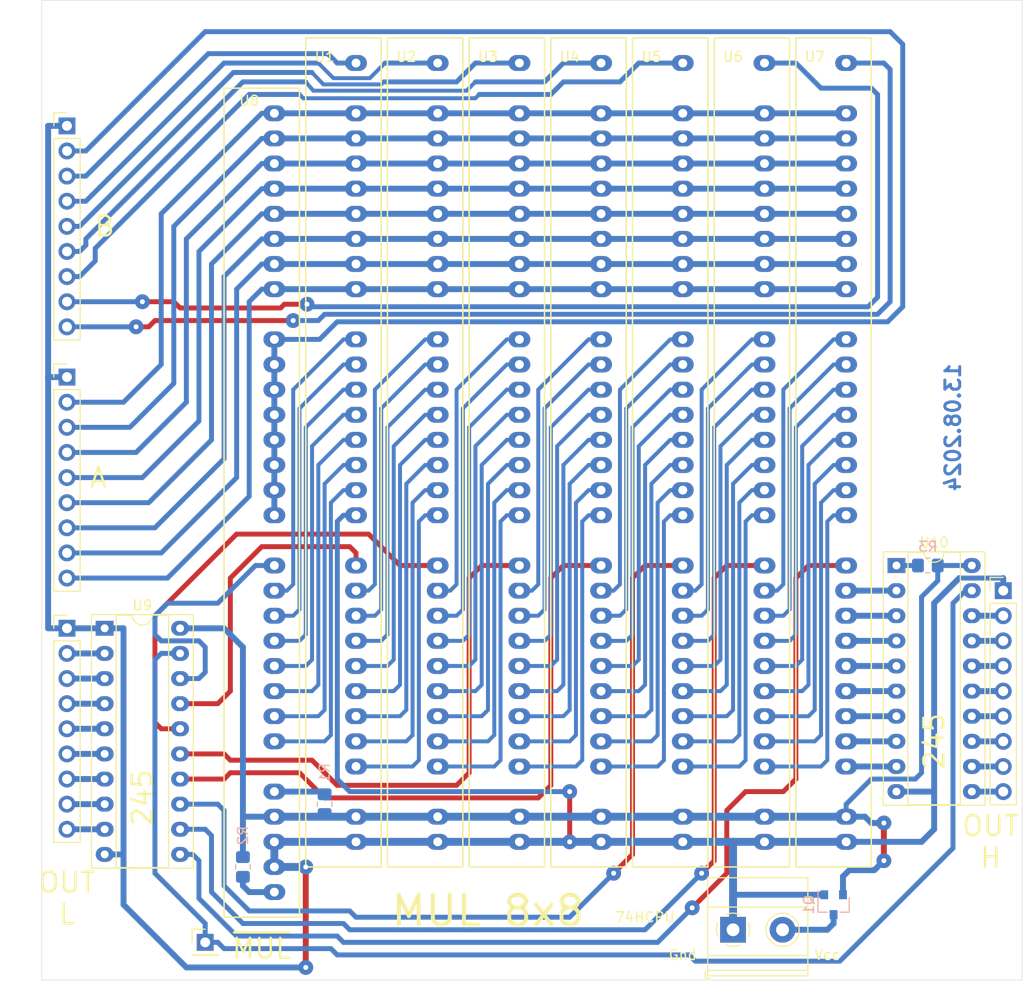
<source format=kicad_pcb>
(kicad_pcb (version 20171130) (host pcbnew "(5.1.8)-1")

  (general
    (thickness 1.6)
    (drawings 16)
    (tracks 627)
    (zones 0)
    (modules 24)
    (nets 111)
  )

  (page A4)
  (layers
    (0 F.Cu signal)
    (31 B.Cu signal)
    (32 B.Adhes user)
    (33 F.Adhes user)
    (34 B.Paste user)
    (35 F.Paste user)
    (36 B.SilkS user)
    (37 F.SilkS user)
    (38 B.Mask user)
    (39 F.Mask user)
    (40 Dwgs.User user)
    (41 Cmts.User user)
    (42 Eco1.User user)
    (43 Eco2.User user)
    (44 Edge.Cuts user)
    (45 Margin user)
    (46 B.CrtYd user)
    (47 F.CrtYd user)
    (48 B.Fab user)
    (49 F.Fab user)
  )

  (setup
    (last_trace_width 0.25)
    (user_trace_width 0.4)
    (user_trace_width 0.5)
    (user_trace_width 0.6)
    (user_trace_width 0.8)
    (user_trace_width 1)
    (trace_clearance 0.2)
    (zone_clearance 0.508)
    (zone_45_only no)
    (trace_min 0.2)
    (via_size 0.8)
    (via_drill 0.4)
    (via_min_size 0.4)
    (via_min_drill 0.3)
    (user_via 1.5 0.5)
    (uvia_size 0.3)
    (uvia_drill 0.1)
    (uvias_allowed no)
    (uvia_min_size 0.2)
    (uvia_min_drill 0.1)
    (edge_width 0.05)
    (segment_width 0.2)
    (pcb_text_width 0.3)
    (pcb_text_size 1.5 1.5)
    (mod_edge_width 0.12)
    (mod_text_size 1 1)
    (mod_text_width 0.15)
    (pad_size 1.8 1.5)
    (pad_drill 0.8)
    (pad_to_mask_clearance 0)
    (aux_axis_origin 0 0)
    (visible_elements 7FFFFFFF)
    (pcbplotparams
      (layerselection 0x010f0_ffffffff)
      (usegerberextensions false)
      (usegerberattributes true)
      (usegerberadvancedattributes true)
      (creategerberjobfile false)
      (excludeedgelayer true)
      (linewidth 0.100000)
      (plotframeref false)
      (viasonmask false)
      (mode 1)
      (useauxorigin true)
      (hpglpennumber 1)
      (hpglpenspeed 20)
      (hpglpendiameter 15.000000)
      (psnegative false)
      (psa4output false)
      (plotreference true)
      (plotvalue true)
      (plotinvisibletext false)
      (padsonsilk false)
      (subtractmaskfromsilk false)
      (outputformat 1)
      (mirror false)
      (drillshape 0)
      (scaleselection 1)
      (outputdirectory "gerber/"))
  )

  (net 0 "")
  (net 1 "Net-(U1-Pad26)")
  (net 2 "Net-(U1-Pad25)")
  (net 3 "Net-(U1-Pad24)")
  (net 4 "Net-(U1-Pad23)")
  (net 5 "Net-(U1-Pad22)")
  (net 6 "Net-(U1-Pad21)")
  (net 7 "Net-(U1-Pad20)")
  (net 8 "Net-(U1-Pad19)")
  (net 9 "Net-(U1-Pad16)")
  (net 10 "Net-(U1-Pad15)")
  (net 11 "Net-(U1-Pad14)")
  (net 12 "Net-(U1-Pad13)")
  (net 13 "Net-(U1-Pad12)")
  (net 14 "Net-(U1-Pad11)")
  (net 15 "Net-(U1-Pad10)")
  (net 16 "Net-(U2-Pad26)")
  (net 17 "Net-(U2-Pad25)")
  (net 18 "Net-(U2-Pad24)")
  (net 19 "Net-(U2-Pad23)")
  (net 20 "Net-(U2-Pad22)")
  (net 21 "Net-(U2-Pad21)")
  (net 22 "Net-(U2-Pad20)")
  (net 23 "Net-(U2-Pad19)")
  (net 24 "Net-(U3-Pad26)")
  (net 25 "Net-(U3-Pad25)")
  (net 26 "Net-(U3-Pad24)")
  (net 27 "Net-(U3-Pad23)")
  (net 28 "Net-(U3-Pad22)")
  (net 29 "Net-(U3-Pad21)")
  (net 30 "Net-(U3-Pad20)")
  (net 31 "Net-(U3-Pad19)")
  (net 32 "Net-(U4-Pad26)")
  (net 33 "Net-(U4-Pad25)")
  (net 34 "Net-(U4-Pad24)")
  (net 35 "Net-(U4-Pad23)")
  (net 36 "Net-(U4-Pad22)")
  (net 37 "Net-(U4-Pad21)")
  (net 38 "Net-(U4-Pad20)")
  (net 39 "Net-(U4-Pad19)")
  (net 40 "Net-(U5-Pad26)")
  (net 41 "Net-(U5-Pad25)")
  (net 42 "Net-(U5-Pad24)")
  (net 43 "Net-(U5-Pad23)")
  (net 44 "Net-(U5-Pad22)")
  (net 45 "Net-(U5-Pad21)")
  (net 46 "Net-(U5-Pad20)")
  (net 47 "Net-(U5-Pad19)")
  (net 48 "Net-(U6-Pad26)")
  (net 49 "Net-(U6-Pad25)")
  (net 50 "Net-(U6-Pad24)")
  (net 51 "Net-(U6-Pad23)")
  (net 52 "Net-(U6-Pad22)")
  (net 53 "Net-(U6-Pad21)")
  (net 54 "Net-(U6-Pad20)")
  (net 55 "Net-(U6-Pad19)")
  (net 56 /A7)
  (net 57 /A6)
  (net 58 /A5)
  (net 59 /A4)
  (net 60 /A3)
  (net 61 /A2)
  (net 62 /A1)
  (net 63 /A0)
  (net 64 GND)
  (net 65 /B7)
  (net 66 /B6)
  (net 67 /B5)
  (net 68 /B4)
  (net 69 /B3)
  (net 70 /B2)
  (net 71 /B1)
  (net 72 /B0)
  (net 73 /M7)
  (net 74 /M6)
  (net 75 /M5)
  (net 76 /M4)
  (net 77 /M3)
  (net 78 /M2)
  (net 79 /M1)
  (net 80 /M0)
  (net 81 /M15)
  (net 82 /M14)
  (net 83 /M13)
  (net 84 /M12)
  (net 85 /M11)
  (net 86 /M10)
  (net 87 /M9)
  (net 88 /M8)
  (net 89 /~MUL)
  (net 90 "Net-(J6-Pad2)")
  (net 91 VCC)
  (net 92 "Net-(R1-Pad2)")
  (net 93 "Net-(R2-Pad1)")
  (net 94 /P1)
  (net 95 /P2)
  (net 96 /P3)
  (net 97 /P4)
  (net 98 /P5)
  (net 99 /P6)
  (net 100 /P15)
  (net 101 /P14)
  (net 102 /P13)
  (net 103 /P12)
  (net 104 /P11)
  (net 105 /P10)
  (net 106 /P9)
  (net 107 /P8)
  (net 108 /P7)
  (net 109 /P0)
  (net 110 "Net-(R3-Pad1)")

  (net_class Default "This is the default net class."
    (clearance 0.2)
    (trace_width 0.25)
    (via_dia 0.8)
    (via_drill 0.4)
    (uvia_dia 0.3)
    (uvia_drill 0.1)
    (add_net /A0)
    (add_net /A1)
    (add_net /A2)
    (add_net /A3)
    (add_net /A4)
    (add_net /A5)
    (add_net /A6)
    (add_net /A7)
    (add_net /B0)
    (add_net /B1)
    (add_net /B2)
    (add_net /B3)
    (add_net /B4)
    (add_net /B5)
    (add_net /B6)
    (add_net /B7)
    (add_net /M0)
    (add_net /M1)
    (add_net /M10)
    (add_net /M11)
    (add_net /M12)
    (add_net /M13)
    (add_net /M14)
    (add_net /M15)
    (add_net /M2)
    (add_net /M3)
    (add_net /M4)
    (add_net /M5)
    (add_net /M6)
    (add_net /M7)
    (add_net /M8)
    (add_net /M9)
    (add_net /P0)
    (add_net /P1)
    (add_net /P10)
    (add_net /P11)
    (add_net /P12)
    (add_net /P13)
    (add_net /P14)
    (add_net /P15)
    (add_net /P2)
    (add_net /P3)
    (add_net /P4)
    (add_net /P5)
    (add_net /P6)
    (add_net /P7)
    (add_net /P8)
    (add_net /P9)
    (add_net /~MUL)
    (add_net GND)
    (add_net "Net-(J6-Pad2)")
    (add_net "Net-(R1-Pad2)")
    (add_net "Net-(R2-Pad1)")
    (add_net "Net-(R3-Pad1)")
    (add_net "Net-(U1-Pad10)")
    (add_net "Net-(U1-Pad11)")
    (add_net "Net-(U1-Pad12)")
    (add_net "Net-(U1-Pad13)")
    (add_net "Net-(U1-Pad14)")
    (add_net "Net-(U1-Pad15)")
    (add_net "Net-(U1-Pad16)")
    (add_net "Net-(U1-Pad19)")
    (add_net "Net-(U1-Pad20)")
    (add_net "Net-(U1-Pad21)")
    (add_net "Net-(U1-Pad22)")
    (add_net "Net-(U1-Pad23)")
    (add_net "Net-(U1-Pad24)")
    (add_net "Net-(U1-Pad25)")
    (add_net "Net-(U1-Pad26)")
    (add_net "Net-(U2-Pad19)")
    (add_net "Net-(U2-Pad20)")
    (add_net "Net-(U2-Pad21)")
    (add_net "Net-(U2-Pad22)")
    (add_net "Net-(U2-Pad23)")
    (add_net "Net-(U2-Pad24)")
    (add_net "Net-(U2-Pad25)")
    (add_net "Net-(U2-Pad26)")
    (add_net "Net-(U3-Pad19)")
    (add_net "Net-(U3-Pad20)")
    (add_net "Net-(U3-Pad21)")
    (add_net "Net-(U3-Pad22)")
    (add_net "Net-(U3-Pad23)")
    (add_net "Net-(U3-Pad24)")
    (add_net "Net-(U3-Pad25)")
    (add_net "Net-(U3-Pad26)")
    (add_net "Net-(U4-Pad19)")
    (add_net "Net-(U4-Pad20)")
    (add_net "Net-(U4-Pad21)")
    (add_net "Net-(U4-Pad22)")
    (add_net "Net-(U4-Pad23)")
    (add_net "Net-(U4-Pad24)")
    (add_net "Net-(U4-Pad25)")
    (add_net "Net-(U4-Pad26)")
    (add_net "Net-(U5-Pad19)")
    (add_net "Net-(U5-Pad20)")
    (add_net "Net-(U5-Pad21)")
    (add_net "Net-(U5-Pad22)")
    (add_net "Net-(U5-Pad23)")
    (add_net "Net-(U5-Pad24)")
    (add_net "Net-(U5-Pad25)")
    (add_net "Net-(U5-Pad26)")
    (add_net "Net-(U6-Pad19)")
    (add_net "Net-(U6-Pad20)")
    (add_net "Net-(U6-Pad21)")
    (add_net "Net-(U6-Pad22)")
    (add_net "Net-(U6-Pad23)")
    (add_net "Net-(U6-Pad24)")
    (add_net "Net-(U6-Pad25)")
    (add_net "Net-(U6-Pad26)")
    (add_net VCC)
  )

  (module Resistor_SMD:R_0805_2012Metric_Pad1.20x1.40mm_HandSolder (layer B.Cu) (tedit 5F68FEEE) (tstamp 66B007D1)
    (at 102.235 69.85)
    (descr "Resistor SMD 0805 (2012 Metric), square (rectangular) end terminal, IPC_7351 nominal with elongated pad for handsoldering. (Body size source: IPC-SM-782 page 72, https://www.pcb-3d.com/wordpress/wp-content/uploads/ipc-sm-782a_amendment_1_and_2.pdf), generated with kicad-footprint-generator")
    (tags "resistor handsolder")
    (path /66B0C887)
    (attr smd)
    (fp_text reference R3 (at 0 -1.905) (layer B.SilkS)
      (effects (font (size 1 1) (thickness 0.15)) (justify mirror))
    )
    (fp_text value 10k (at 0 -1.65) (layer B.Fab)
      (effects (font (size 1 1) (thickness 0.15)) (justify mirror))
    )
    (fp_line (start -1 -0.625) (end -1 0.625) (layer B.Fab) (width 0.1))
    (fp_line (start -1 0.625) (end 1 0.625) (layer B.Fab) (width 0.1))
    (fp_line (start 1 0.625) (end 1 -0.625) (layer B.Fab) (width 0.1))
    (fp_line (start 1 -0.625) (end -1 -0.625) (layer B.Fab) (width 0.1))
    (fp_line (start -0.227064 0.735) (end 0.227064 0.735) (layer B.SilkS) (width 0.12))
    (fp_line (start -0.227064 -0.735) (end 0.227064 -0.735) (layer B.SilkS) (width 0.12))
    (fp_line (start -1.85 -0.95) (end -1.85 0.95) (layer B.CrtYd) (width 0.05))
    (fp_line (start -1.85 0.95) (end 1.85 0.95) (layer B.CrtYd) (width 0.05))
    (fp_line (start 1.85 0.95) (end 1.85 -0.95) (layer B.CrtYd) (width 0.05))
    (fp_line (start 1.85 -0.95) (end -1.85 -0.95) (layer B.CrtYd) (width 0.05))
    (fp_text user %R (at 0 0) (layer B.Fab)
      (effects (font (size 0.5 0.5) (thickness 0.08)) (justify mirror))
    )
    (pad 2 smd roundrect (at 1 0) (size 1.2 1.4) (layers B.Cu B.Paste B.Mask) (roundrect_rratio 0.2083325)
      (net 91 VCC))
    (pad 1 smd roundrect (at -1 0) (size 1.2 1.4) (layers B.Cu B.Paste B.Mask) (roundrect_rratio 0.2083325)
      (net 110 "Net-(R3-Pad1)"))
    (model ${KISYS3DMOD}/Resistor_SMD.3dshapes/R_0805_2012Metric.wrl
      (at (xyz 0 0 0))
      (scale (xyz 1 1 1))
      (rotate (xyz 0 0 0))
    )
  )

  (module Package_DIP:DIP-20_W7.62mm_Socket (layer F.Cu) (tedit 66B10848) (tstamp 66AFFABA)
    (at 99.06 69.85)
    (descr "20-lead though-hole mounted DIP package, row spacing 7.62 mm (300 mils), Socket")
    (tags "THT DIP DIL PDIP 2.54mm 7.62mm 300mil Socket")
    (path /66D7C54B)
    (fp_text reference U10 (at 3.81 -2.33) (layer F.SilkS)
      (effects (font (size 1 1) (thickness 0.15)))
    )
    (fp_text value 74HC245 (at 3.81 25.19) (layer F.Fab)
      (effects (font (size 1 1) (thickness 0.15)))
    )
    (fp_line (start 1.635 -1.27) (end 6.985 -1.27) (layer F.Fab) (width 0.1))
    (fp_line (start 6.985 -1.27) (end 6.985 24.13) (layer F.Fab) (width 0.1))
    (fp_line (start 6.985 24.13) (end 0.635 24.13) (layer F.Fab) (width 0.1))
    (fp_line (start 0.635 24.13) (end 0.635 -0.27) (layer F.Fab) (width 0.1))
    (fp_line (start 0.635 -0.27) (end 1.635 -1.27) (layer F.Fab) (width 0.1))
    (fp_line (start -1.27 -1.33) (end -1.27 24.19) (layer F.Fab) (width 0.1))
    (fp_line (start -1.27 24.19) (end 8.89 24.19) (layer F.Fab) (width 0.1))
    (fp_line (start 8.89 24.19) (end 8.89 -1.33) (layer F.Fab) (width 0.1))
    (fp_line (start 8.89 -1.33) (end -1.27 -1.33) (layer F.Fab) (width 0.1))
    (fp_line (start 2.81 -1.33) (end 1.16 -1.33) (layer F.SilkS) (width 0.12))
    (fp_line (start 1.16 -1.33) (end 1.16 24.19) (layer F.SilkS) (width 0.12))
    (fp_line (start 1.16 24.19) (end 6.46 24.19) (layer F.SilkS) (width 0.12))
    (fp_line (start 6.46 24.19) (end 6.46 -1.33) (layer F.SilkS) (width 0.12))
    (fp_line (start 6.46 -1.33) (end 4.81 -1.33) (layer F.SilkS) (width 0.12))
    (fp_line (start -1.33 -1.39) (end -1.33 24.25) (layer F.SilkS) (width 0.12))
    (fp_line (start -1.33 24.25) (end 8.95 24.25) (layer F.SilkS) (width 0.12))
    (fp_line (start 8.95 24.25) (end 8.95 -1.39) (layer F.SilkS) (width 0.12))
    (fp_line (start 8.95 -1.39) (end -1.33 -1.39) (layer F.SilkS) (width 0.12))
    (fp_line (start -1.55 -1.6) (end -1.55 24.45) (layer F.CrtYd) (width 0.05))
    (fp_line (start -1.55 24.45) (end 9.15 24.45) (layer F.CrtYd) (width 0.05))
    (fp_line (start 9.15 24.45) (end 9.15 -1.6) (layer F.CrtYd) (width 0.05))
    (fp_line (start 9.15 -1.6) (end -1.55 -1.6) (layer F.CrtYd) (width 0.05))
    (fp_text user %R (at 3.81 11.43) (layer F.Fab)
      (effects (font (size 1 1) (thickness 0.15)))
    )
    (fp_arc (start 3.81 -1.33) (end 2.81 -1.33) (angle -180) (layer F.SilkS) (width 0.12))
    (pad 20 thru_hole oval (at 7.62 0) (size 1.8 1.5) (drill 0.8) (layers *.Cu *.Mask)
      (net 91 VCC))
    (pad 10 thru_hole oval (at 0 22.86) (size 1.8 1.5) (drill 0.8) (layers *.Cu *.Mask)
      (net 64 GND))
    (pad 19 thru_hole oval (at 7.62 2.54) (size 1.8 1.5) (drill 0.8) (layers *.Cu *.Mask)
      (net 89 /~MUL))
    (pad 9 thru_hole oval (at 0 20.32) (size 1.8 1.5) (drill 0.8) (layers *.Cu *.Mask)
      (net 100 /P15))
    (pad 18 thru_hole oval (at 7.62 5.08) (size 1.8 1.5) (drill 0.8) (layers *.Cu *.Mask)
      (net 88 /M8))
    (pad 8 thru_hole oval (at 0 17.78) (size 1.8 1.5) (drill 0.8) (layers *.Cu *.Mask)
      (net 101 /P14))
    (pad 17 thru_hole oval (at 7.62 7.62) (size 1.8 1.5) (drill 0.8) (layers *.Cu *.Mask)
      (net 87 /M9))
    (pad 7 thru_hole oval (at 0 15.24) (size 1.8 1.5) (drill 0.8) (layers *.Cu *.Mask)
      (net 102 /P13))
    (pad 16 thru_hole oval (at 7.62 10.16) (size 1.8 1.5) (drill 0.8) (layers *.Cu *.Mask)
      (net 86 /M10))
    (pad 6 thru_hole oval (at 0 12.7) (size 1.8 1.5) (drill 0.8) (layers *.Cu *.Mask)
      (net 103 /P12))
    (pad 15 thru_hole oval (at 7.62 12.7) (size 1.8 1.5) (drill 0.8) (layers *.Cu *.Mask)
      (net 85 /M11))
    (pad 5 thru_hole oval (at 0 10.16) (size 1.8 1.5) (drill 0.8) (layers *.Cu *.Mask)
      (net 104 /P11))
    (pad 14 thru_hole oval (at 7.62 15.24) (size 1.8 1.5) (drill 0.8) (layers *.Cu *.Mask)
      (net 84 /M12))
    (pad 4 thru_hole oval (at 0 7.62) (size 1.8 1.5) (drill 0.8) (layers *.Cu *.Mask)
      (net 105 /P10))
    (pad 13 thru_hole oval (at 7.62 17.78) (size 1.8 1.5) (drill 0.8) (layers *.Cu *.Mask)
      (net 83 /M13))
    (pad 3 thru_hole oval (at 0 5.08) (size 1.8 1.5) (drill 0.8) (layers *.Cu *.Mask)
      (net 106 /P9))
    (pad 12 thru_hole oval (at 7.62 20.32) (size 1.8 1.5) (drill 0.8) (layers *.Cu *.Mask)
      (net 82 /M14))
    (pad 2 thru_hole oval (at 0 2.54) (size 1.8 1.5) (drill 0.8) (layers *.Cu *.Mask)
      (net 107 /P8))
    (pad 11 thru_hole oval (at 7.62 22.86) (size 1.8 1.5) (drill 0.8) (layers *.Cu *.Mask)
      (net 81 /M15))
    (pad 1 thru_hole rect (at 0 0) (size 1.8 1.5) (drill 0.8) (layers *.Cu *.Mask)
      (net 110 "Net-(R3-Pad1)"))
    (model ${KISYS3DMOD}/Package_DIP.3dshapes/DIP-20_W7.62mm_Socket.wrl
      (at (xyz 0 0 0))
      (scale (xyz 1 1 1))
      (rotate (xyz 0 0 0))
    )
  )

  (module Package_DIP:DIP-20_W7.62mm_Socket (layer F.Cu) (tedit 66B118CE) (tstamp 66AFFA8A)
    (at 19.05 76.2)
    (descr "20-lead though-hole mounted DIP package, row spacing 7.62 mm (300 mils), Socket")
    (tags "THT DIP DIL PDIP 2.54mm 7.62mm 300mil Socket")
    (path /66D7A520)
    (fp_text reference U9 (at 3.81 -2.33) (layer F.SilkS)
      (effects (font (size 1 1) (thickness 0.15)))
    )
    (fp_text value 74HC245 (at 3.81 25.19) (layer F.Fab)
      (effects (font (size 1 1) (thickness 0.15)))
    )
    (fp_line (start 1.635 -1.27) (end 6.985 -1.27) (layer F.Fab) (width 0.1))
    (fp_line (start 6.985 -1.27) (end 6.985 24.13) (layer F.Fab) (width 0.1))
    (fp_line (start 6.985 24.13) (end 0.635 24.13) (layer F.Fab) (width 0.1))
    (fp_line (start 0.635 24.13) (end 0.635 -0.27) (layer F.Fab) (width 0.1))
    (fp_line (start 0.635 -0.27) (end 1.635 -1.27) (layer F.Fab) (width 0.1))
    (fp_line (start -1.27 -1.33) (end -1.27 24.19) (layer F.Fab) (width 0.1))
    (fp_line (start -1.27 24.19) (end 8.89 24.19) (layer F.Fab) (width 0.1))
    (fp_line (start 8.89 24.19) (end 8.89 -1.33) (layer F.Fab) (width 0.1))
    (fp_line (start 8.89 -1.33) (end -1.27 -1.33) (layer F.Fab) (width 0.1))
    (fp_line (start 2.81 -1.33) (end 1.16 -1.33) (layer F.SilkS) (width 0.12))
    (fp_line (start 1.16 -1.33) (end 1.16 24.19) (layer F.SilkS) (width 0.12))
    (fp_line (start 1.16 24.19) (end 6.46 24.19) (layer F.SilkS) (width 0.12))
    (fp_line (start 6.46 24.19) (end 6.46 -1.33) (layer F.SilkS) (width 0.12))
    (fp_line (start 6.46 -1.33) (end 4.81 -1.33) (layer F.SilkS) (width 0.12))
    (fp_line (start -1.33 -1.39) (end -1.33 24.25) (layer F.SilkS) (width 0.12))
    (fp_line (start -1.33 24.25) (end 8.95 24.25) (layer F.SilkS) (width 0.12))
    (fp_line (start 8.95 24.25) (end 8.95 -1.39) (layer F.SilkS) (width 0.12))
    (fp_line (start 8.95 -1.39) (end -1.33 -1.39) (layer F.SilkS) (width 0.12))
    (fp_line (start -1.55 -1.6) (end -1.55 24.45) (layer F.CrtYd) (width 0.05))
    (fp_line (start -1.55 24.45) (end 9.15 24.45) (layer F.CrtYd) (width 0.05))
    (fp_line (start 9.15 24.45) (end 9.15 -1.6) (layer F.CrtYd) (width 0.05))
    (fp_line (start 9.15 -1.6) (end -1.55 -1.6) (layer F.CrtYd) (width 0.05))
    (fp_text user %R (at 3.81 11.43) (layer F.Fab)
      (effects (font (size 1 1) (thickness 0.15)))
    )
    (fp_arc (start 3.81 -1.33) (end 2.81 -1.33) (angle -180) (layer F.SilkS) (width 0.12))
    (pad 20 thru_hole oval (at 7.62 0) (size 1.8 1.5) (drill 0.8) (layers *.Cu *.Mask)
      (net 91 VCC))
    (pad 10 thru_hole oval (at 0 22.86) (size 1.8 1.5) (drill 0.8) (layers *.Cu *.Mask)
      (net 64 GND))
    (pad 19 thru_hole oval (at 7.62 2.54) (size 1.8 1.5) (drill 0.8) (layers *.Cu *.Mask)
      (net 89 /~MUL))
    (pad 9 thru_hole oval (at 0 20.32) (size 1.8 1.5) (drill 0.8) (layers *.Cu *.Mask)
      (net 73 /M7))
    (pad 18 thru_hole oval (at 7.62 5.08) (size 1.8 1.5) (drill 0.8) (layers *.Cu *.Mask)
      (net 109 /P0))
    (pad 8 thru_hole oval (at 0 17.78) (size 1.8 1.5) (drill 0.8) (layers *.Cu *.Mask)
      (net 74 /M6))
    (pad 17 thru_hole oval (at 7.62 7.62) (size 1.8 1.5) (drill 0.8) (layers *.Cu *.Mask)
      (net 94 /P1))
    (pad 7 thru_hole oval (at 0 15.24) (size 1.8 1.5) (drill 0.8) (layers *.Cu *.Mask)
      (net 75 /M5))
    (pad 16 thru_hole oval (at 7.62 10.16) (size 1.8 1.5) (drill 0.8) (layers *.Cu *.Mask)
      (net 95 /P2))
    (pad 6 thru_hole oval (at 0 12.7) (size 1.8 1.5) (drill 0.8) (layers *.Cu *.Mask)
      (net 76 /M4))
    (pad 15 thru_hole oval (at 7.62 12.7) (size 1.8 1.5) (drill 0.8) (layers *.Cu *.Mask)
      (net 96 /P3))
    (pad 5 thru_hole oval (at 0 10.16) (size 1.8 1.5) (drill 0.8) (layers *.Cu *.Mask)
      (net 77 /M3))
    (pad 14 thru_hole oval (at 7.62 15.24) (size 1.8 1.5) (drill 0.8) (layers *.Cu *.Mask)
      (net 97 /P4))
    (pad 4 thru_hole oval (at 0 7.62) (size 1.8 1.5) (drill 0.8) (layers *.Cu *.Mask)
      (net 78 /M2))
    (pad 13 thru_hole oval (at 7.62 17.78) (size 1.8 1.5) (drill 0.8) (layers *.Cu *.Mask)
      (net 98 /P5))
    (pad 3 thru_hole oval (at 0 5.08) (size 1.8 1.5) (drill 0.8) (layers *.Cu *.Mask)
      (net 79 /M1))
    (pad 12 thru_hole oval (at 7.62 20.32) (size 1.8 1.5) (drill 0.8) (layers *.Cu *.Mask)
      (net 99 /P6))
    (pad 2 thru_hole oval (at 0 2.54) (size 1.8 1.5) (drill 0.8) (layers *.Cu *.Mask)
      (net 80 /M0))
    (pad 11 thru_hole oval (at 7.62 22.86) (size 1.8 1.5) (drill 0.8) (layers *.Cu *.Mask)
      (net 108 /P7))
    (pad 1 thru_hole rect (at 0 0) (size 1.8 1.5) (drill 0.8) (layers *.Cu *.Mask)
      (net 64 GND))
    (model ${KISYS3DMOD}/Package_DIP.3dshapes/DIP-20_W7.62mm_Socket.wrl
      (at (xyz 0 0 0))
      (scale (xyz 1 1 1))
      (rotate (xyz 0 0 0))
    )
  )

  (module Resistor_SMD:R_0805_2012Metric_Pad1.20x1.40mm_HandSolder (layer B.Cu) (tedit 5F68FEEE) (tstamp 66AFF806)
    (at 33.02 100.33 90)
    (descr "Resistor SMD 0805 (2012 Metric), square (rectangular) end terminal, IPC_7351 nominal with elongated pad for handsoldering. (Body size source: IPC-SM-782 page 72, https://www.pcb-3d.com/wordpress/wp-content/uploads/ipc-sm-782a_amendment_1_and_2.pdf), generated with kicad-footprint-generator")
    (tags "resistor handsolder")
    (path /66E83B52)
    (attr smd)
    (fp_text reference R2 (at 3.175 0 90) (layer B.SilkS)
      (effects (font (size 1 1) (thickness 0.15)) (justify mirror))
    )
    (fp_text value 10k (at 0 -1.65 90) (layer B.Fab)
      (effects (font (size 1 1) (thickness 0.15)) (justify mirror))
    )
    (fp_line (start -1 -0.625) (end -1 0.625) (layer B.Fab) (width 0.1))
    (fp_line (start -1 0.625) (end 1 0.625) (layer B.Fab) (width 0.1))
    (fp_line (start 1 0.625) (end 1 -0.625) (layer B.Fab) (width 0.1))
    (fp_line (start 1 -0.625) (end -1 -0.625) (layer B.Fab) (width 0.1))
    (fp_line (start -0.227064 0.735) (end 0.227064 0.735) (layer B.SilkS) (width 0.12))
    (fp_line (start -0.227064 -0.735) (end 0.227064 -0.735) (layer B.SilkS) (width 0.12))
    (fp_line (start -1.85 -0.95) (end -1.85 0.95) (layer B.CrtYd) (width 0.05))
    (fp_line (start -1.85 0.95) (end 1.85 0.95) (layer B.CrtYd) (width 0.05))
    (fp_line (start 1.85 0.95) (end 1.85 -0.95) (layer B.CrtYd) (width 0.05))
    (fp_line (start 1.85 -0.95) (end -1.85 -0.95) (layer B.CrtYd) (width 0.05))
    (fp_text user %R (at 0 0 90) (layer B.Fab)
      (effects (font (size 0.5 0.5) (thickness 0.08)) (justify mirror))
    )
    (pad 2 smd roundrect (at 1 0 90) (size 1.2 1.4) (layers B.Cu B.Paste B.Mask) (roundrect_rratio 0.2083325)
      (net 91 VCC))
    (pad 1 smd roundrect (at -1 0 90) (size 1.2 1.4) (layers B.Cu B.Paste B.Mask) (roundrect_rratio 0.2083325)
      (net 93 "Net-(R2-Pad1)"))
    (model ${KISYS3DMOD}/Resistor_SMD.3dshapes/R_0805_2012Metric.wrl
      (at (xyz 0 0 0))
      (scale (xyz 1 1 1))
      (rotate (xyz 0 0 0))
    )
  )

  (module Resistor_SMD:R_0805_2012Metric_Pad1.20x1.40mm_HandSolder (layer B.Cu) (tedit 5F68FEEE) (tstamp 66AFF7F5)
    (at 41.275 93.98 90)
    (descr "Resistor SMD 0805 (2012 Metric), square (rectangular) end terminal, IPC_7351 nominal with elongated pad for handsoldering. (Body size source: IPC-SM-782 page 72, https://www.pcb-3d.com/wordpress/wp-content/uploads/ipc-sm-782a_amendment_1_and_2.pdf), generated with kicad-footprint-generator")
    (tags "resistor handsolder")
    (path /66CF2121)
    (attr smd)
    (fp_text reference R1 (at 3.175 0 90) (layer B.SilkS)
      (effects (font (size 1 1) (thickness 0.15)) (justify mirror))
    )
    (fp_text value 10k (at 0 -1.65 90) (layer B.Fab)
      (effects (font (size 1 1) (thickness 0.15)) (justify mirror))
    )
    (fp_line (start -1 -0.625) (end -1 0.625) (layer B.Fab) (width 0.1))
    (fp_line (start -1 0.625) (end 1 0.625) (layer B.Fab) (width 0.1))
    (fp_line (start 1 0.625) (end 1 -0.625) (layer B.Fab) (width 0.1))
    (fp_line (start 1 -0.625) (end -1 -0.625) (layer B.Fab) (width 0.1))
    (fp_line (start -0.227064 0.735) (end 0.227064 0.735) (layer B.SilkS) (width 0.12))
    (fp_line (start -0.227064 -0.735) (end 0.227064 -0.735) (layer B.SilkS) (width 0.12))
    (fp_line (start -1.85 -0.95) (end -1.85 0.95) (layer B.CrtYd) (width 0.05))
    (fp_line (start -1.85 0.95) (end 1.85 0.95) (layer B.CrtYd) (width 0.05))
    (fp_line (start 1.85 0.95) (end 1.85 -0.95) (layer B.CrtYd) (width 0.05))
    (fp_line (start 1.85 -0.95) (end -1.85 -0.95) (layer B.CrtYd) (width 0.05))
    (fp_text user %R (at 0 0 90) (layer B.Fab)
      (effects (font (size 0.5 0.5) (thickness 0.08)) (justify mirror))
    )
    (pad 2 smd roundrect (at 1 0 90) (size 1.2 1.4) (layers B.Cu B.Paste B.Mask) (roundrect_rratio 0.2083325)
      (net 92 "Net-(R1-Pad2)"))
    (pad 1 smd roundrect (at -1 0 90) (size 1.2 1.4) (layers B.Cu B.Paste B.Mask) (roundrect_rratio 0.2083325)
      (net 91 VCC))
    (model ${KISYS3DMOD}/Resistor_SMD.3dshapes/R_0805_2012Metric.wrl
      (at (xyz 0 0 0))
      (scale (xyz 1 1 1))
      (rotate (xyz 0 0 0))
    )
  )

  (module Package_TO_SOT_SMD:SOT-23 (layer B.Cu) (tedit 5A02FF57) (tstamp 66AFF7E4)
    (at 92.71 104.14 270)
    (descr "SOT-23, Standard")
    (tags SOT-23)
    (path /66EBD835)
    (attr smd)
    (fp_text reference Q1 (at 0 2.5 90) (layer B.SilkS)
      (effects (font (size 1 1) (thickness 0.15)) (justify mirror))
    )
    (fp_text value IRLML5203 (at 0 -2.5 90) (layer B.Fab)
      (effects (font (size 1 1) (thickness 0.15)) (justify mirror))
    )
    (fp_line (start -0.7 0.95) (end -0.7 -1.5) (layer B.Fab) (width 0.1))
    (fp_line (start -0.15 1.52) (end 0.7 1.52) (layer B.Fab) (width 0.1))
    (fp_line (start -0.7 0.95) (end -0.15 1.52) (layer B.Fab) (width 0.1))
    (fp_line (start 0.7 1.52) (end 0.7 -1.52) (layer B.Fab) (width 0.1))
    (fp_line (start -0.7 -1.52) (end 0.7 -1.52) (layer B.Fab) (width 0.1))
    (fp_line (start 0.76 -1.58) (end 0.76 -0.65) (layer B.SilkS) (width 0.12))
    (fp_line (start 0.76 1.58) (end 0.76 0.65) (layer B.SilkS) (width 0.12))
    (fp_line (start -1.7 1.75) (end 1.7 1.75) (layer B.CrtYd) (width 0.05))
    (fp_line (start 1.7 1.75) (end 1.7 -1.75) (layer B.CrtYd) (width 0.05))
    (fp_line (start 1.7 -1.75) (end -1.7 -1.75) (layer B.CrtYd) (width 0.05))
    (fp_line (start -1.7 -1.75) (end -1.7 1.75) (layer B.CrtYd) (width 0.05))
    (fp_line (start 0.76 1.58) (end -1.4 1.58) (layer B.SilkS) (width 0.12))
    (fp_line (start 0.76 -1.58) (end -0.7 -1.58) (layer B.SilkS) (width 0.12))
    (fp_text user %R (at 0 0 180) (layer B.Fab)
      (effects (font (size 0.5 0.5) (thickness 0.075)) (justify mirror))
    )
    (pad 3 smd rect (at 1 0 270) (size 0.9 0.8) (layers B.Cu B.Paste B.Mask)
      (net 90 "Net-(J6-Pad2)"))
    (pad 2 smd rect (at -1 -0.95 270) (size 0.9 0.8) (layers B.Cu B.Paste B.Mask)
      (net 91 VCC))
    (pad 1 smd rect (at -1 0.95 270) (size 0.9 0.8) (layers B.Cu B.Paste B.Mask)
      (net 64 GND))
    (model ${KISYS3DMOD}/Package_TO_SOT_SMD.3dshapes/SOT-23.wrl
      (at (xyz 0 0 0))
      (scale (xyz 1 1 1))
      (rotate (xyz 0 0 0))
    )
  )

  (module TerminalBlock_Phoenix:TerminalBlock_Phoenix_MKDS-1,5-2_1x02_P5.00mm_Horizontal (layer F.Cu) (tedit 5B294EE5) (tstamp 66AFF7CF)
    (at 82.55 106.68)
    (descr "Terminal Block Phoenix MKDS-1,5-2, 2 pins, pitch 5mm, size 10x9.8mm^2, drill diamater 1.3mm, pad diameter 2.6mm, see http://www.farnell.com/datasheets/100425.pdf, script-generated using https://github.com/pointhi/kicad-footprint-generator/scripts/TerminalBlock_Phoenix")
    (tags "THT Terminal Block Phoenix MKDS-1,5-2 pitch 5mm size 10x9.8mm^2 drill 1.3mm pad 2.6mm")
    (path /66E950E3)
    (fp_text reference J6 (at 2.5 -3.81) (layer F.SilkS) hide
      (effects (font (size 1 1) (thickness 0.15)))
    )
    (fp_text value Screw_Terminal_01x02 (at 2.5 5.66) (layer F.Fab)
      (effects (font (size 1 1) (thickness 0.15)))
    )
    (fp_circle (center 0 0) (end 1.5 0) (layer F.Fab) (width 0.1))
    (fp_circle (center 5 0) (end 6.5 0) (layer F.Fab) (width 0.1))
    (fp_circle (center 5 0) (end 6.68 0) (layer F.SilkS) (width 0.12))
    (fp_line (start -2.5 -5.2) (end 7.5 -5.2) (layer F.Fab) (width 0.1))
    (fp_line (start 7.5 -5.2) (end 7.5 4.6) (layer F.Fab) (width 0.1))
    (fp_line (start 7.5 4.6) (end -2 4.6) (layer F.Fab) (width 0.1))
    (fp_line (start -2 4.6) (end -2.5 4.1) (layer F.Fab) (width 0.1))
    (fp_line (start -2.5 4.1) (end -2.5 -5.2) (layer F.Fab) (width 0.1))
    (fp_line (start -2.5 4.1) (end 7.5 4.1) (layer F.Fab) (width 0.1))
    (fp_line (start -2.56 4.1) (end 7.56 4.1) (layer F.SilkS) (width 0.12))
    (fp_line (start -2.5 2.6) (end 7.5 2.6) (layer F.Fab) (width 0.1))
    (fp_line (start -2.56 2.6) (end 7.56 2.6) (layer F.SilkS) (width 0.12))
    (fp_line (start -2.5 -2.3) (end 7.5 -2.3) (layer F.Fab) (width 0.1))
    (fp_line (start -2.56 -2.301) (end 7.56 -2.301) (layer F.SilkS) (width 0.12))
    (fp_line (start -2.56 -5.261) (end 7.56 -5.261) (layer F.SilkS) (width 0.12))
    (fp_line (start -2.56 4.66) (end 7.56 4.66) (layer F.SilkS) (width 0.12))
    (fp_line (start -2.56 -5.261) (end -2.56 4.66) (layer F.SilkS) (width 0.12))
    (fp_line (start 7.56 -5.261) (end 7.56 4.66) (layer F.SilkS) (width 0.12))
    (fp_line (start 1.138 -0.955) (end -0.955 1.138) (layer F.Fab) (width 0.1))
    (fp_line (start 0.955 -1.138) (end -1.138 0.955) (layer F.Fab) (width 0.1))
    (fp_line (start 6.138 -0.955) (end 4.046 1.138) (layer F.Fab) (width 0.1))
    (fp_line (start 5.955 -1.138) (end 3.863 0.955) (layer F.Fab) (width 0.1))
    (fp_line (start 6.275 -1.069) (end 6.228 -1.023) (layer F.SilkS) (width 0.12))
    (fp_line (start 3.966 1.239) (end 3.931 1.274) (layer F.SilkS) (width 0.12))
    (fp_line (start 6.07 -1.275) (end 6.035 -1.239) (layer F.SilkS) (width 0.12))
    (fp_line (start 3.773 1.023) (end 3.726 1.069) (layer F.SilkS) (width 0.12))
    (fp_line (start -2.8 4.16) (end -2.8 4.9) (layer F.SilkS) (width 0.12))
    (fp_line (start -2.8 4.9) (end -2.3 4.9) (layer F.SilkS) (width 0.12))
    (fp_line (start -3 -5.71) (end -3 5.1) (layer F.CrtYd) (width 0.05))
    (fp_line (start -3 5.1) (end 8 5.1) (layer F.CrtYd) (width 0.05))
    (fp_line (start 8 5.1) (end 8 -5.71) (layer F.CrtYd) (width 0.05))
    (fp_line (start 8 -5.71) (end -3 -5.71) (layer F.CrtYd) (width 0.05))
    (fp_text user %R (at 2.5 3.2) (layer F.Fab)
      (effects (font (size 1 1) (thickness 0.15)))
    )
    (fp_arc (start 0 0) (end -0.684 1.535) (angle -25) (layer F.SilkS) (width 0.12))
    (fp_arc (start 0 0) (end -1.535 -0.684) (angle -48) (layer F.SilkS) (width 0.12))
    (fp_arc (start 0 0) (end 0.684 -1.535) (angle -48) (layer F.SilkS) (width 0.12))
    (fp_arc (start 0 0) (end 1.535 0.684) (angle -48) (layer F.SilkS) (width 0.12))
    (fp_arc (start 0 0) (end 0 1.68) (angle -24) (layer F.SilkS) (width 0.12))
    (pad 2 thru_hole circle (at 5 0) (size 2.6 2.6) (drill 1.3) (layers *.Cu *.Mask)
      (net 90 "Net-(J6-Pad2)"))
    (pad 1 thru_hole rect (at 0 0) (size 2.6 2.6) (drill 1.3) (layers *.Cu *.Mask)
      (net 64 GND))
    (model ${KISYS3DMOD}/TerminalBlock_Phoenix.3dshapes/TerminalBlock_Phoenix_MKDS-1,5-2_1x02_P5.00mm_Horizontal.wrl
      (at (xyz 0 0 0))
      (scale (xyz 1 1 1))
      (rotate (xyz 0 0 0))
    )
  )

  (module Connector_PinHeader_2.54mm:PinHeader_1x01_P2.54mm_Vertical (layer F.Cu) (tedit 59FED5CC) (tstamp 66AFF7A3)
    (at 29.21 107.95)
    (descr "Through hole straight pin header, 1x01, 2.54mm pitch, single row")
    (tags "Through hole pin header THT 1x01 2.54mm single row")
    (path /66D83BDD)
    (fp_text reference J5 (at 0 -2.33) (layer F.SilkS) hide
      (effects (font (size 1 1) (thickness 0.15)))
    )
    (fp_text value Conn_01x01_Male (at 0 2.33) (layer F.Fab)
      (effects (font (size 1 1) (thickness 0.15)))
    )
    (fp_line (start -0.635 -1.27) (end 1.27 -1.27) (layer F.Fab) (width 0.1))
    (fp_line (start 1.27 -1.27) (end 1.27 1.27) (layer F.Fab) (width 0.1))
    (fp_line (start 1.27 1.27) (end -1.27 1.27) (layer F.Fab) (width 0.1))
    (fp_line (start -1.27 1.27) (end -1.27 -0.635) (layer F.Fab) (width 0.1))
    (fp_line (start -1.27 -0.635) (end -0.635 -1.27) (layer F.Fab) (width 0.1))
    (fp_line (start -1.33 1.33) (end 1.33 1.33) (layer F.SilkS) (width 0.12))
    (fp_line (start -1.33 1.27) (end -1.33 1.33) (layer F.SilkS) (width 0.12))
    (fp_line (start 1.33 1.27) (end 1.33 1.33) (layer F.SilkS) (width 0.12))
    (fp_line (start -1.33 1.27) (end 1.33 1.27) (layer F.SilkS) (width 0.12))
    (fp_line (start -1.33 0) (end -1.33 -1.33) (layer F.SilkS) (width 0.12))
    (fp_line (start -1.33 -1.33) (end 0 -1.33) (layer F.SilkS) (width 0.12))
    (fp_line (start -1.8 -1.8) (end -1.8 1.8) (layer F.CrtYd) (width 0.05))
    (fp_line (start -1.8 1.8) (end 1.8 1.8) (layer F.CrtYd) (width 0.05))
    (fp_line (start 1.8 1.8) (end 1.8 -1.8) (layer F.CrtYd) (width 0.05))
    (fp_line (start 1.8 -1.8) (end -1.8 -1.8) (layer F.CrtYd) (width 0.05))
    (fp_text user %R (at 0 0 90) (layer F.Fab)
      (effects (font (size 1 1) (thickness 0.15)))
    )
    (pad 1 thru_hole rect (at 0 0) (size 1.7 1.7) (drill 1) (layers *.Cu *.Mask)
      (net 89 /~MUL))
    (model ${KISYS3DMOD}/Connector_PinHeader_2.54mm.3dshapes/PinHeader_1x01_P2.54mm_Vertical.wrl
      (at (xyz 0 0 0))
      (scale (xyz 1 1 1))
      (rotate (xyz 0 0 0))
    )
  )

  (module Connector_PinHeader_2.54mm:PinHeader_1x09_P2.54mm_Vertical (layer F.Cu) (tedit 59FED5CC) (tstamp 66AFF78E)
    (at 109.855 72.39)
    (descr "Through hole straight pin header, 1x09, 2.54mm pitch, single row")
    (tags "Through hole pin header THT 1x09 2.54mm single row")
    (path /66A582DC)
    (fp_text reference J4 (at 0 -2.33) (layer F.SilkS) hide
      (effects (font (size 1 1) (thickness 0.15)))
    )
    (fp_text value Conn_01x09_Male (at 1.27 11.43 90) (layer F.Fab)
      (effects (font (size 1 1) (thickness 0.15)))
    )
    (fp_line (start -0.635 -1.27) (end 1.27 -1.27) (layer F.Fab) (width 0.1))
    (fp_line (start 1.27 -1.27) (end 1.27 21.59) (layer F.Fab) (width 0.1))
    (fp_line (start 1.27 21.59) (end -1.27 21.59) (layer F.Fab) (width 0.1))
    (fp_line (start -1.27 21.59) (end -1.27 -0.635) (layer F.Fab) (width 0.1))
    (fp_line (start -1.27 -0.635) (end -0.635 -1.27) (layer F.Fab) (width 0.1))
    (fp_line (start -1.33 21.65) (end 1.33 21.65) (layer F.SilkS) (width 0.12))
    (fp_line (start -1.33 1.27) (end -1.33 21.65) (layer F.SilkS) (width 0.12))
    (fp_line (start 1.33 1.27) (end 1.33 21.65) (layer F.SilkS) (width 0.12))
    (fp_line (start -1.33 1.27) (end 1.33 1.27) (layer F.SilkS) (width 0.12))
    (fp_line (start -1.33 0) (end -1.33 -1.33) (layer F.SilkS) (width 0.12))
    (fp_line (start -1.33 -1.33) (end 0 -1.33) (layer F.SilkS) (width 0.12))
    (fp_line (start -1.8 -1.8) (end -1.8 22.1) (layer F.CrtYd) (width 0.05))
    (fp_line (start -1.8 22.1) (end 1.8 22.1) (layer F.CrtYd) (width 0.05))
    (fp_line (start 1.8 22.1) (end 1.8 -1.8) (layer F.CrtYd) (width 0.05))
    (fp_line (start 1.8 -1.8) (end -1.8 -1.8) (layer F.CrtYd) (width 0.05))
    (fp_text user %R (at 0 10.16 90) (layer F.Fab)
      (effects (font (size 1 1) (thickness 0.15)))
    )
    (pad 9 thru_hole oval (at 0 20.32) (size 1.7 1.7) (drill 1) (layers *.Cu *.Mask)
      (net 81 /M15))
    (pad 8 thru_hole oval (at 0 17.78) (size 1.7 1.7) (drill 1) (layers *.Cu *.Mask)
      (net 82 /M14))
    (pad 7 thru_hole oval (at 0 15.24) (size 1.7 1.7) (drill 1) (layers *.Cu *.Mask)
      (net 83 /M13))
    (pad 6 thru_hole oval (at 0 12.7) (size 1.7 1.7) (drill 1) (layers *.Cu *.Mask)
      (net 84 /M12))
    (pad 5 thru_hole oval (at 0 10.16) (size 1.7 1.7) (drill 1) (layers *.Cu *.Mask)
      (net 85 /M11))
    (pad 4 thru_hole oval (at 0 7.62) (size 1.7 1.7) (drill 1) (layers *.Cu *.Mask)
      (net 86 /M10))
    (pad 3 thru_hole oval (at 0 5.08) (size 1.7 1.7) (drill 1) (layers *.Cu *.Mask)
      (net 87 /M9))
    (pad 2 thru_hole oval (at 0 2.54) (size 1.7 1.7) (drill 1) (layers *.Cu *.Mask)
      (net 88 /M8))
    (pad 1 thru_hole rect (at 0 0) (size 1.7 1.7) (drill 1) (layers *.Cu *.Mask)
      (net 64 GND))
    (model ${KISYS3DMOD}/Connector_PinHeader_2.54mm.3dshapes/PinHeader_1x09_P2.54mm_Vertical.wrl
      (at (xyz 0 0 0))
      (scale (xyz 1 1 1))
      (rotate (xyz 0 0 0))
    )
  )

  (module Connector_PinHeader_2.54mm:PinHeader_1x09_P2.54mm_Vertical (layer F.Cu) (tedit 59FED5CC) (tstamp 66AFF771)
    (at 15.24 76.2)
    (descr "Through hole straight pin header, 1x09, 2.54mm pitch, single row")
    (tags "Through hole pin header THT 1x09 2.54mm single row")
    (path /66A56970)
    (fp_text reference J3 (at 0 -2.33) (layer F.SilkS) hide
      (effects (font (size 1 1) (thickness 0.15)))
    )
    (fp_text value Conn_01x09_Male (at 1.27 10.16 90) (layer F.Fab)
      (effects (font (size 1 1) (thickness 0.15)))
    )
    (fp_line (start -0.635 -1.27) (end 1.27 -1.27) (layer F.Fab) (width 0.1))
    (fp_line (start 1.27 -1.27) (end 1.27 21.59) (layer F.Fab) (width 0.1))
    (fp_line (start 1.27 21.59) (end -1.27 21.59) (layer F.Fab) (width 0.1))
    (fp_line (start -1.27 21.59) (end -1.27 -0.635) (layer F.Fab) (width 0.1))
    (fp_line (start -1.27 -0.635) (end -0.635 -1.27) (layer F.Fab) (width 0.1))
    (fp_line (start -1.33 21.65) (end 1.33 21.65) (layer F.SilkS) (width 0.12))
    (fp_line (start -1.33 1.27) (end -1.33 21.65) (layer F.SilkS) (width 0.12))
    (fp_line (start 1.33 1.27) (end 1.33 21.65) (layer F.SilkS) (width 0.12))
    (fp_line (start -1.33 1.27) (end 1.33 1.27) (layer F.SilkS) (width 0.12))
    (fp_line (start -1.33 0) (end -1.33 -1.33) (layer F.SilkS) (width 0.12))
    (fp_line (start -1.33 -1.33) (end 0 -1.33) (layer F.SilkS) (width 0.12))
    (fp_line (start -1.8 -1.8) (end -1.8 22.1) (layer F.CrtYd) (width 0.05))
    (fp_line (start -1.8 22.1) (end 1.8 22.1) (layer F.CrtYd) (width 0.05))
    (fp_line (start 1.8 22.1) (end 1.8 -1.8) (layer F.CrtYd) (width 0.05))
    (fp_line (start 1.8 -1.8) (end -1.8 -1.8) (layer F.CrtYd) (width 0.05))
    (fp_text user %R (at 0 10.16 90) (layer F.Fab)
      (effects (font (size 1 1) (thickness 0.15)))
    )
    (pad 9 thru_hole oval (at 0 20.32) (size 1.7 1.7) (drill 1) (layers *.Cu *.Mask)
      (net 73 /M7))
    (pad 8 thru_hole oval (at 0 17.78) (size 1.7 1.7) (drill 1) (layers *.Cu *.Mask)
      (net 74 /M6))
    (pad 7 thru_hole oval (at 0 15.24) (size 1.7 1.7) (drill 1) (layers *.Cu *.Mask)
      (net 75 /M5))
    (pad 6 thru_hole oval (at 0 12.7) (size 1.7 1.7) (drill 1) (layers *.Cu *.Mask)
      (net 76 /M4))
    (pad 5 thru_hole oval (at 0 10.16) (size 1.7 1.7) (drill 1) (layers *.Cu *.Mask)
      (net 77 /M3))
    (pad 4 thru_hole oval (at 0 7.62) (size 1.7 1.7) (drill 1) (layers *.Cu *.Mask)
      (net 78 /M2))
    (pad 3 thru_hole oval (at 0 5.08) (size 1.7 1.7) (drill 1) (layers *.Cu *.Mask)
      (net 79 /M1))
    (pad 2 thru_hole oval (at 0 2.54) (size 1.7 1.7) (drill 1) (layers *.Cu *.Mask)
      (net 80 /M0))
    (pad 1 thru_hole rect (at 0 0) (size 1.7 1.7) (drill 1) (layers *.Cu *.Mask)
      (net 64 GND))
    (model ${KISYS3DMOD}/Connector_PinHeader_2.54mm.3dshapes/PinHeader_1x09_P2.54mm_Vertical.wrl
      (at (xyz 0 0 0))
      (scale (xyz 1 1 1))
      (rotate (xyz 0 0 0))
    )
  )

  (module Connector_PinHeader_2.54mm:PinHeader_1x09_P2.54mm_Vertical (layer F.Cu) (tedit 59FED5CC) (tstamp 66AFF754)
    (at 15.24 25.4)
    (descr "Through hole straight pin header, 1x09, 2.54mm pitch, single row")
    (tags "Through hole pin header THT 1x09 2.54mm single row")
    (path /66A4FB9E)
    (fp_text reference J2 (at 0 -2.33) (layer F.SilkS) hide
      (effects (font (size 1 1) (thickness 0.15)))
    )
    (fp_text value Conn_01x09_Male (at 0 22.65) (layer F.Fab)
      (effects (font (size 1 1) (thickness 0.15)))
    )
    (fp_line (start -0.635 -1.27) (end 1.27 -1.27) (layer F.Fab) (width 0.1))
    (fp_line (start 1.27 -1.27) (end 1.27 21.59) (layer F.Fab) (width 0.1))
    (fp_line (start 1.27 21.59) (end -1.27 21.59) (layer F.Fab) (width 0.1))
    (fp_line (start -1.27 21.59) (end -1.27 -0.635) (layer F.Fab) (width 0.1))
    (fp_line (start -1.27 -0.635) (end -0.635 -1.27) (layer F.Fab) (width 0.1))
    (fp_line (start -1.33 21.65) (end 1.33 21.65) (layer F.SilkS) (width 0.12))
    (fp_line (start -1.33 1.27) (end -1.33 21.65) (layer F.SilkS) (width 0.12))
    (fp_line (start 1.33 1.27) (end 1.33 21.65) (layer F.SilkS) (width 0.12))
    (fp_line (start -1.33 1.27) (end 1.33 1.27) (layer F.SilkS) (width 0.12))
    (fp_line (start -1.33 0) (end -1.33 -1.33) (layer F.SilkS) (width 0.12))
    (fp_line (start -1.33 -1.33) (end 0 -1.33) (layer F.SilkS) (width 0.12))
    (fp_line (start -1.8 -1.8) (end -1.8 22.1) (layer F.CrtYd) (width 0.05))
    (fp_line (start -1.8 22.1) (end 1.8 22.1) (layer F.CrtYd) (width 0.05))
    (fp_line (start 1.8 22.1) (end 1.8 -1.8) (layer F.CrtYd) (width 0.05))
    (fp_line (start 1.8 -1.8) (end -1.8 -1.8) (layer F.CrtYd) (width 0.05))
    (fp_text user %R (at 0 10.16 90) (layer F.Fab)
      (effects (font (size 1 1) (thickness 0.15)))
    )
    (pad 9 thru_hole oval (at 0 20.32) (size 1.7 1.7) (drill 1) (layers *.Cu *.Mask)
      (net 65 /B7))
    (pad 8 thru_hole oval (at 0 17.78) (size 1.7 1.7) (drill 1) (layers *.Cu *.Mask)
      (net 66 /B6))
    (pad 7 thru_hole oval (at 0 15.24) (size 1.7 1.7) (drill 1) (layers *.Cu *.Mask)
      (net 67 /B5))
    (pad 6 thru_hole oval (at 0 12.7) (size 1.7 1.7) (drill 1) (layers *.Cu *.Mask)
      (net 68 /B4))
    (pad 5 thru_hole oval (at 0 10.16) (size 1.7 1.7) (drill 1) (layers *.Cu *.Mask)
      (net 69 /B3))
    (pad 4 thru_hole oval (at 0 7.62) (size 1.7 1.7) (drill 1) (layers *.Cu *.Mask)
      (net 70 /B2))
    (pad 3 thru_hole oval (at 0 5.08) (size 1.7 1.7) (drill 1) (layers *.Cu *.Mask)
      (net 71 /B1))
    (pad 2 thru_hole oval (at 0 2.54) (size 1.7 1.7) (drill 1) (layers *.Cu *.Mask)
      (net 72 /B0))
    (pad 1 thru_hole rect (at 0 0) (size 1.7 1.7) (drill 1) (layers *.Cu *.Mask)
      (net 64 GND))
    (model ${KISYS3DMOD}/Connector_PinHeader_2.54mm.3dshapes/PinHeader_1x09_P2.54mm_Vertical.wrl
      (at (xyz 0 0 0))
      (scale (xyz 1 1 1))
      (rotate (xyz 0 0 0))
    )
  )

  (module Connector_PinHeader_2.54mm:PinHeader_1x09_P2.54mm_Vertical (layer F.Cu) (tedit 59FED5CC) (tstamp 66AFF737)
    (at 15.24 50.8)
    (descr "Through hole straight pin header, 1x09, 2.54mm pitch, single row")
    (tags "Through hole pin header THT 1x09 2.54mm single row")
    (path /66A4D003)
    (fp_text reference J1 (at 0 -2.33) (layer F.SilkS) hide
      (effects (font (size 1 1) (thickness 0.15)))
    )
    (fp_text value Conn_01x09_Male (at 0 22.65) (layer F.Fab)
      (effects (font (size 1 1) (thickness 0.15)))
    )
    (fp_line (start -0.635 -1.27) (end 1.27 -1.27) (layer F.Fab) (width 0.1))
    (fp_line (start 1.27 -1.27) (end 1.27 21.59) (layer F.Fab) (width 0.1))
    (fp_line (start 1.27 21.59) (end -1.27 21.59) (layer F.Fab) (width 0.1))
    (fp_line (start -1.27 21.59) (end -1.27 -0.635) (layer F.Fab) (width 0.1))
    (fp_line (start -1.27 -0.635) (end -0.635 -1.27) (layer F.Fab) (width 0.1))
    (fp_line (start -1.33 21.65) (end 1.33 21.65) (layer F.SilkS) (width 0.12))
    (fp_line (start -1.33 1.27) (end -1.33 21.65) (layer F.SilkS) (width 0.12))
    (fp_line (start 1.33 1.27) (end 1.33 21.65) (layer F.SilkS) (width 0.12))
    (fp_line (start -1.33 1.27) (end 1.33 1.27) (layer F.SilkS) (width 0.12))
    (fp_line (start -1.33 0) (end -1.33 -1.33) (layer F.SilkS) (width 0.12))
    (fp_line (start -1.33 -1.33) (end 0 -1.33) (layer F.SilkS) (width 0.12))
    (fp_line (start -1.8 -1.8) (end -1.8 22.1) (layer F.CrtYd) (width 0.05))
    (fp_line (start -1.8 22.1) (end 1.8 22.1) (layer F.CrtYd) (width 0.05))
    (fp_line (start 1.8 22.1) (end 1.8 -1.8) (layer F.CrtYd) (width 0.05))
    (fp_line (start 1.8 -1.8) (end -1.8 -1.8) (layer F.CrtYd) (width 0.05))
    (fp_text user %R (at 0 10.16 90) (layer F.Fab)
      (effects (font (size 1 1) (thickness 0.15)))
    )
    (pad 9 thru_hole oval (at 0 20.32) (size 1.7 1.7) (drill 1) (layers *.Cu *.Mask)
      (net 56 /A7))
    (pad 8 thru_hole oval (at 0 17.78) (size 1.7 1.7) (drill 1) (layers *.Cu *.Mask)
      (net 57 /A6))
    (pad 7 thru_hole oval (at 0 15.24) (size 1.7 1.7) (drill 1) (layers *.Cu *.Mask)
      (net 58 /A5))
    (pad 6 thru_hole oval (at 0 12.7) (size 1.7 1.7) (drill 1) (layers *.Cu *.Mask)
      (net 59 /A4))
    (pad 5 thru_hole oval (at 0 10.16) (size 1.7 1.7) (drill 1) (layers *.Cu *.Mask)
      (net 60 /A3))
    (pad 4 thru_hole oval (at 0 7.62) (size 1.7 1.7) (drill 1) (layers *.Cu *.Mask)
      (net 61 /A2))
    (pad 3 thru_hole oval (at 0 5.08) (size 1.7 1.7) (drill 1) (layers *.Cu *.Mask)
      (net 62 /A1))
    (pad 2 thru_hole oval (at 0 2.54) (size 1.7 1.7) (drill 1) (layers *.Cu *.Mask)
      (net 63 /A0))
    (pad 1 thru_hole rect (at 0 0) (size 1.7 1.7) (drill 1) (layers *.Cu *.Mask)
      (net 64 GND))
    (model ${KISYS3DMOD}/Connector_PinHeader_2.54mm.3dshapes/PinHeader_1x09_P2.54mm_Vertical.wrl
      (at (xyz 0 0 0))
      (scale (xyz 1 1 1))
      (rotate (xyz 0 0 0))
    )
  )

  (module CommonLibrary:CMD (layer F.Cu) (tedit 62C98154) (tstamp 669D843C)
    (at 36.195 24.13)
    (path /669E50F8)
    (fp_text reference U8 (at -2.54 -1.27) (layer F.SilkS)
      (effects (font (size 1 1) (thickness 0.15)))
    )
    (fp_text value CMD (at -3.81 20.32 90) (layer F.Fab)
      (effects (font (size 1 1) (thickness 0.15)))
    )
    (fp_line (start -5.08 81.28) (end -5.08 -2.54) (layer F.SilkS) (width 0.15))
    (fp_line (start 2.54 81.28) (end -5.08 81.28) (layer F.SilkS) (width 0.15))
    (fp_line (start 2.54 -2.54) (end 2.54 81.28) (layer F.SilkS) (width 0.15))
    (fp_line (start -5.08 -2.54) (end 2.54 -2.54) (layer F.SilkS) (width 0.15))
    (pad 29 thru_hole oval (at 0 78.74) (size 2.2 1.6) (drill 0.9) (layers *.Cu *.Mask)
      (net 93 "Net-(R2-Pad1)"))
    (pad 28 thru_hole oval (at 0 76.2) (size 2.2 1.6) (drill 0.9) (layers *.Cu *.Mask)
      (net 64 GND))
    (pad 27 thru_hole oval (at 0 73.66) (size 2.2 1.6) (drill 0.9) (layers *.Cu *.Mask)
      (net 64 GND))
    (pad 26 thru_hole oval (at 0 71.12) (size 2.2 1.6) (drill 0.9) (layers *.Cu *.Mask)
      (net 91 VCC))
    (pad 25 thru_hole oval (at 0 68.58) (size 2.2 1.6) (drill 0.9) (layers *.Cu *.Mask)
      (net 92 "Net-(R1-Pad2)"))
    (pad 24 thru_hole oval (at 0 63.5) (size 2.2 1.6) (drill 0.9) (layers *.Cu *.Mask)
      (net 9 "Net-(U1-Pad16)"))
    (pad 23 thru_hole oval (at 0 60.96) (size 2.2 1.6) (drill 0.9) (layers *.Cu *.Mask)
      (net 10 "Net-(U1-Pad15)"))
    (pad 22 thru_hole oval (at 0 58.42) (size 2.2 1.6) (drill 0.9) (layers *.Cu *.Mask)
      (net 11 "Net-(U1-Pad14)"))
    (pad 21 thru_hole oval (at 0 55.88) (size 2.2 1.6) (drill 0.9) (layers *.Cu *.Mask)
      (net 12 "Net-(U1-Pad13)"))
    (pad 20 thru_hole oval (at 0 53.34) (size 2.2 1.6) (drill 0.9) (layers *.Cu *.Mask)
      (net 13 "Net-(U1-Pad12)"))
    (pad 19 thru_hole oval (at 0 50.8) (size 2.2 1.6) (drill 0.9) (layers *.Cu *.Mask)
      (net 14 "Net-(U1-Pad11)"))
    (pad 18 thru_hole oval (at 0 48.26) (size 2.2 1.6) (drill 0.9) (layers *.Cu *.Mask)
      (net 15 "Net-(U1-Pad10)"))
    (pad 17 thru_hole oval (at 0 45.72) (size 2.2 1.6) (drill 0.9) (layers *.Cu *.Mask)
      (net 109 /P0))
    (pad 16 thru_hole oval (at 0 40.64) (size 2.2 1.6) (drill 0.9) (layers *.Cu *.Mask)
      (net 72 /B0))
    (pad 15 thru_hole oval (at 0 38.1) (size 2.2 1.6) (drill 0.9) (layers *.Cu *.Mask)
      (net 72 /B0))
    (pad 14 thru_hole oval (at 0 35.56) (size 2.2 1.6) (drill 0.9) (layers *.Cu *.Mask)
      (net 72 /B0))
    (pad 13 thru_hole oval (at 0 33.02) (size 2.2 1.6) (drill 0.9) (layers *.Cu *.Mask)
      (net 72 /B0))
    (pad 12 thru_hole oval (at 0 30.48) (size 2.2 1.6) (drill 0.9) (layers *.Cu *.Mask)
      (net 72 /B0))
    (pad 11 thru_hole oval (at 0 27.94) (size 2.2 1.6) (drill 0.9) (layers *.Cu *.Mask)
      (net 72 /B0))
    (pad 10 thru_hole oval (at 0 25.4) (size 2.2 1.6) (drill 0.9) (layers *.Cu *.Mask)
      (net 72 /B0))
    (pad 9 thru_hole oval (at 0 22.86) (size 2.2 1.6) (drill 0.9) (layers *.Cu *.Mask)
      (net 72 /B0))
    (pad 8 thru_hole oval (at 0 17.78) (size 2.2 1.6) (drill 0.9) (layers *.Cu *.Mask)
      (net 56 /A7))
    (pad 7 thru_hole oval (at 0 15.24) (size 2.2 1.6) (drill 0.9) (layers *.Cu *.Mask)
      (net 57 /A6))
    (pad 6 thru_hole oval (at 0 12.7) (size 2.2 1.6) (drill 0.9) (layers *.Cu *.Mask)
      (net 58 /A5))
    (pad 5 thru_hole oval (at 0 10.16) (size 2.2 1.6) (drill 0.9) (layers *.Cu *.Mask)
      (net 59 /A4))
    (pad 4 thru_hole oval (at 0 7.62) (size 2.2 1.6) (drill 0.9) (layers *.Cu *.Mask)
      (net 60 /A3))
    (pad 3 thru_hole oval (at 0 5.08) (size 2.2 1.6) (drill 0.9) (layers *.Cu *.Mask)
      (net 61 /A2))
    (pad 2 thru_hole oval (at 0 2.54) (size 2.2 1.6) (drill 0.9) (layers *.Cu *.Mask)
      (net 62 /A1))
    (pad 1 thru_hole oval (at 0 0) (size 2.2 1.6) (drill 0.9) (layers *.Cu *.Mask)
      (net 63 /A0))
  )

  (module CommonLibrary:MUL1 (layer F.Cu) (tedit 6648B55C) (tstamp 669D8417)
    (at 93.98 19.05)
    (path /669E3CC7)
    (fp_text reference U7 (at -3.175 -0.635) (layer F.SilkS)
      (effects (font (size 1 1) (thickness 0.15)))
    )
    (fp_text value MUL1 (at -3.81 20.32 90) (layer F.Fab)
      (effects (font (size 1 1) (thickness 0.15)))
    )
    (fp_line (start -5.08 81.28) (end -5.08 -2.54) (layer F.SilkS) (width 0.15))
    (fp_line (start 2.54 81.28) (end -5.08 81.28) (layer F.SilkS) (width 0.15))
    (fp_line (start 2.54 -2.54) (end 2.54 81.28) (layer F.SilkS) (width 0.15))
    (fp_line (start -5.08 -2.54) (end 2.54 -2.54) (layer F.SilkS) (width 0.15))
    (pad 28 thru_hole oval (at 0 78.74) (size 2.2 1.6) (drill 0.9) (layers *.Cu *.Mask)
      (net 64 GND))
    (pad 27 thru_hole oval (at 0 76.2) (size 2.2 1.6) (drill 0.9) (layers *.Cu *.Mask)
      (net 91 VCC))
    (pad 26 thru_hole oval (at 0 71.12) (size 2.2 1.6) (drill 0.9) (layers *.Cu *.Mask)
      (net 100 /P15))
    (pad 25 thru_hole oval (at 0 68.58) (size 2.2 1.6) (drill 0.9) (layers *.Cu *.Mask)
      (net 101 /P14))
    (pad 24 thru_hole oval (at 0 66.04) (size 2.2 1.6) (drill 0.9) (layers *.Cu *.Mask)
      (net 102 /P13))
    (pad 23 thru_hole oval (at 0 63.5) (size 2.2 1.6) (drill 0.9) (layers *.Cu *.Mask)
      (net 103 /P12))
    (pad 22 thru_hole oval (at 0 60.96) (size 2.2 1.6) (drill 0.9) (layers *.Cu *.Mask)
      (net 104 /P11))
    (pad 21 thru_hole oval (at 0 58.42) (size 2.2 1.6) (drill 0.9) (layers *.Cu *.Mask)
      (net 105 /P10))
    (pad 20 thru_hole oval (at 0 55.88) (size 2.2 1.6) (drill 0.9) (layers *.Cu *.Mask)
      (net 106 /P9))
    (pad 19 thru_hole oval (at 0 53.34) (size 2.2 1.6) (drill 0.9) (layers *.Cu *.Mask)
      (net 107 /P8))
    (pad 18 thru_hole oval (at 0 50.8) (size 2.2 1.6) (drill 0.9) (layers *.Cu *.Mask)
      (net 108 /P7))
    (pad 17 thru_hole oval (at 0 45.72) (size 2.2 1.6) (drill 0.9) (layers *.Cu *.Mask)
      (net 48 "Net-(U6-Pad26)"))
    (pad 16 thru_hole oval (at 0 43.18) (size 2.2 1.6) (drill 0.9) (layers *.Cu *.Mask)
      (net 49 "Net-(U6-Pad25)"))
    (pad 15 thru_hole oval (at 0 40.64) (size 2.2 1.6) (drill 0.9) (layers *.Cu *.Mask)
      (net 50 "Net-(U6-Pad24)"))
    (pad 14 thru_hole oval (at 0 38.1) (size 2.2 1.6) (drill 0.9) (layers *.Cu *.Mask)
      (net 51 "Net-(U6-Pad23)"))
    (pad 13 thru_hole oval (at 0 35.56) (size 2.2 1.6) (drill 0.9) (layers *.Cu *.Mask)
      (net 52 "Net-(U6-Pad22)"))
    (pad 12 thru_hole oval (at 0 33.02) (size 2.2 1.6) (drill 0.9) (layers *.Cu *.Mask)
      (net 53 "Net-(U6-Pad21)"))
    (pad 11 thru_hole oval (at 0 30.48) (size 2.2 1.6) (drill 0.9) (layers *.Cu *.Mask)
      (net 54 "Net-(U6-Pad20)"))
    (pad 10 thru_hole oval (at 0 27.94) (size 2.2 1.6) (drill 0.9) (layers *.Cu *.Mask)
      (net 55 "Net-(U6-Pad19)"))
    (pad 9 thru_hole oval (at 0 22.86) (size 2.2 1.6) (drill 0.9) (layers *.Cu *.Mask)
      (net 56 /A7))
    (pad 8 thru_hole oval (at 0 20.32) (size 2.2 1.6) (drill 0.9) (layers *.Cu *.Mask)
      (net 57 /A6))
    (pad 7 thru_hole oval (at 0 17.78) (size 2.2 1.6) (drill 0.9) (layers *.Cu *.Mask)
      (net 58 /A5))
    (pad 6 thru_hole oval (at 0 15.24) (size 2.2 1.6) (drill 0.9) (layers *.Cu *.Mask)
      (net 59 /A4))
    (pad 5 thru_hole oval (at 0 12.7) (size 2.2 1.6) (drill 0.9) (layers *.Cu *.Mask)
      (net 60 /A3))
    (pad 4 thru_hole oval (at 0 10.16) (size 2.2 1.6) (drill 0.9) (layers *.Cu *.Mask)
      (net 61 /A2))
    (pad 3 thru_hole oval (at 0 7.62) (size 2.2 1.6) (drill 0.9) (layers *.Cu *.Mask)
      (net 62 /A1))
    (pad 2 thru_hole oval (at 0 5.08) (size 2.2 1.6) (drill 0.9) (layers *.Cu *.Mask)
      (net 63 /A0))
    (pad 1 thru_hole oval (at 0 0) (size 2.2 1.6) (drill 0.9) (layers *.Cu *.Mask)
      (net 65 /B7))
  )

  (module CommonLibrary:MUL1 (layer F.Cu) (tedit 6648B55C) (tstamp 66B1096F)
    (at 85.725 19.05)
    (path /669E2BFB)
    (fp_text reference U6 (at -3.175 -0.635) (layer F.SilkS)
      (effects (font (size 1 1) (thickness 0.15)))
    )
    (fp_text value MUL1 (at -3.81 20.32 90) (layer F.Fab)
      (effects (font (size 1 1) (thickness 0.15)))
    )
    (fp_line (start -5.08 81.28) (end -5.08 -2.54) (layer F.SilkS) (width 0.15))
    (fp_line (start 2.54 81.28) (end -5.08 81.28) (layer F.SilkS) (width 0.15))
    (fp_line (start 2.54 -2.54) (end 2.54 81.28) (layer F.SilkS) (width 0.15))
    (fp_line (start -5.08 -2.54) (end 2.54 -2.54) (layer F.SilkS) (width 0.15))
    (pad 28 thru_hole oval (at 0 78.74) (size 2.2 1.6) (drill 0.9) (layers *.Cu *.Mask)
      (net 64 GND))
    (pad 27 thru_hole oval (at 0 76.2) (size 2.2 1.6) (drill 0.9) (layers *.Cu *.Mask)
      (net 91 VCC))
    (pad 26 thru_hole oval (at 0 71.12) (size 2.2 1.6) (drill 0.9) (layers *.Cu *.Mask)
      (net 48 "Net-(U6-Pad26)"))
    (pad 25 thru_hole oval (at 0 68.58) (size 2.2 1.6) (drill 0.9) (layers *.Cu *.Mask)
      (net 49 "Net-(U6-Pad25)"))
    (pad 24 thru_hole oval (at 0 66.04) (size 2.2 1.6) (drill 0.9) (layers *.Cu *.Mask)
      (net 50 "Net-(U6-Pad24)"))
    (pad 23 thru_hole oval (at 0 63.5) (size 2.2 1.6) (drill 0.9) (layers *.Cu *.Mask)
      (net 51 "Net-(U6-Pad23)"))
    (pad 22 thru_hole oval (at 0 60.96) (size 2.2 1.6) (drill 0.9) (layers *.Cu *.Mask)
      (net 52 "Net-(U6-Pad22)"))
    (pad 21 thru_hole oval (at 0 58.42) (size 2.2 1.6) (drill 0.9) (layers *.Cu *.Mask)
      (net 53 "Net-(U6-Pad21)"))
    (pad 20 thru_hole oval (at 0 55.88) (size 2.2 1.6) (drill 0.9) (layers *.Cu *.Mask)
      (net 54 "Net-(U6-Pad20)"))
    (pad 19 thru_hole oval (at 0 53.34) (size 2.2 1.6) (drill 0.9) (layers *.Cu *.Mask)
      (net 55 "Net-(U6-Pad19)"))
    (pad 18 thru_hole oval (at 0 50.8) (size 2.2 1.6) (drill 0.9) (layers *.Cu *.Mask)
      (net 99 /P6))
    (pad 17 thru_hole oval (at 0 45.72) (size 2.2 1.6) (drill 0.9) (layers *.Cu *.Mask)
      (net 40 "Net-(U5-Pad26)"))
    (pad 16 thru_hole oval (at 0 43.18) (size 2.2 1.6) (drill 0.9) (layers *.Cu *.Mask)
      (net 41 "Net-(U5-Pad25)"))
    (pad 15 thru_hole oval (at 0 40.64) (size 2.2 1.6) (drill 0.9) (layers *.Cu *.Mask)
      (net 42 "Net-(U5-Pad24)"))
    (pad 14 thru_hole oval (at 0 38.1) (size 2.2 1.6) (drill 0.9) (layers *.Cu *.Mask)
      (net 43 "Net-(U5-Pad23)"))
    (pad 13 thru_hole oval (at 0 35.56) (size 2.2 1.6) (drill 0.9) (layers *.Cu *.Mask)
      (net 44 "Net-(U5-Pad22)"))
    (pad 12 thru_hole oval (at 0 33.02) (size 2.2 1.6) (drill 0.9) (layers *.Cu *.Mask)
      (net 45 "Net-(U5-Pad21)"))
    (pad 11 thru_hole oval (at 0 30.48) (size 2.2 1.6) (drill 0.9) (layers *.Cu *.Mask)
      (net 46 "Net-(U5-Pad20)"))
    (pad 10 thru_hole oval (at 0 27.94) (size 2.2 1.6) (drill 0.9) (layers *.Cu *.Mask)
      (net 47 "Net-(U5-Pad19)"))
    (pad 9 thru_hole oval (at 0 22.86) (size 2.2 1.6) (drill 0.9) (layers *.Cu *.Mask)
      (net 56 /A7))
    (pad 8 thru_hole oval (at 0 20.32) (size 2.2 1.6) (drill 0.9) (layers *.Cu *.Mask)
      (net 57 /A6))
    (pad 7 thru_hole oval (at 0 17.78) (size 2.2 1.6) (drill 0.9) (layers *.Cu *.Mask)
      (net 58 /A5))
    (pad 6 thru_hole oval (at 0 15.24) (size 2.2 1.6) (drill 0.9) (layers *.Cu *.Mask)
      (net 59 /A4))
    (pad 5 thru_hole oval (at 0 12.7) (size 2.2 1.6) (drill 0.9) (layers *.Cu *.Mask)
      (net 60 /A3))
    (pad 4 thru_hole oval (at 0 10.16) (size 2.2 1.6) (drill 0.9) (layers *.Cu *.Mask)
      (net 61 /A2))
    (pad 3 thru_hole oval (at 0 7.62) (size 2.2 1.6) (drill 0.9) (layers *.Cu *.Mask)
      (net 62 /A1))
    (pad 2 thru_hole oval (at 0 5.08) (size 2.2 1.6) (drill 0.9) (layers *.Cu *.Mask)
      (net 63 /A0))
    (pad 1 thru_hole oval (at 0 0) (size 2.2 1.6) (drill 0.9) (layers *.Cu *.Mask)
      (net 66 /B6))
  )

  (module CommonLibrary:MUL1 (layer F.Cu) (tedit 6648B55C) (tstamp 66B109FC)
    (at 77.47 19.05)
    (path /669E1B8E)
    (fp_text reference U5 (at -3.175 -0.635) (layer F.SilkS)
      (effects (font (size 1 1) (thickness 0.15)))
    )
    (fp_text value MUL1 (at -3.81 20.32 90) (layer F.Fab)
      (effects (font (size 1 1) (thickness 0.15)))
    )
    (fp_line (start -5.08 81.28) (end -5.08 -2.54) (layer F.SilkS) (width 0.15))
    (fp_line (start 2.54 81.28) (end -5.08 81.28) (layer F.SilkS) (width 0.15))
    (fp_line (start 2.54 -2.54) (end 2.54 81.28) (layer F.SilkS) (width 0.15))
    (fp_line (start -5.08 -2.54) (end 2.54 -2.54) (layer F.SilkS) (width 0.15))
    (pad 28 thru_hole oval (at 0 78.74) (size 2.2 1.6) (drill 0.9) (layers *.Cu *.Mask)
      (net 64 GND))
    (pad 27 thru_hole oval (at 0 76.2) (size 2.2 1.6) (drill 0.9) (layers *.Cu *.Mask)
      (net 91 VCC))
    (pad 26 thru_hole oval (at 0 71.12) (size 2.2 1.6) (drill 0.9) (layers *.Cu *.Mask)
      (net 40 "Net-(U5-Pad26)"))
    (pad 25 thru_hole oval (at 0 68.58) (size 2.2 1.6) (drill 0.9) (layers *.Cu *.Mask)
      (net 41 "Net-(U5-Pad25)"))
    (pad 24 thru_hole oval (at 0 66.04) (size 2.2 1.6) (drill 0.9) (layers *.Cu *.Mask)
      (net 42 "Net-(U5-Pad24)"))
    (pad 23 thru_hole oval (at 0 63.5) (size 2.2 1.6) (drill 0.9) (layers *.Cu *.Mask)
      (net 43 "Net-(U5-Pad23)"))
    (pad 22 thru_hole oval (at 0 60.96) (size 2.2 1.6) (drill 0.9) (layers *.Cu *.Mask)
      (net 44 "Net-(U5-Pad22)"))
    (pad 21 thru_hole oval (at 0 58.42) (size 2.2 1.6) (drill 0.9) (layers *.Cu *.Mask)
      (net 45 "Net-(U5-Pad21)"))
    (pad 20 thru_hole oval (at 0 55.88) (size 2.2 1.6) (drill 0.9) (layers *.Cu *.Mask)
      (net 46 "Net-(U5-Pad20)"))
    (pad 19 thru_hole oval (at 0 53.34) (size 2.2 1.6) (drill 0.9) (layers *.Cu *.Mask)
      (net 47 "Net-(U5-Pad19)"))
    (pad 18 thru_hole oval (at 0 50.8) (size 2.2 1.6) (drill 0.9) (layers *.Cu *.Mask)
      (net 98 /P5))
    (pad 17 thru_hole oval (at 0 45.72) (size 2.2 1.6) (drill 0.9) (layers *.Cu *.Mask)
      (net 32 "Net-(U4-Pad26)"))
    (pad 16 thru_hole oval (at 0 43.18) (size 2.2 1.6) (drill 0.9) (layers *.Cu *.Mask)
      (net 33 "Net-(U4-Pad25)"))
    (pad 15 thru_hole oval (at 0 40.64) (size 2.2 1.6) (drill 0.9) (layers *.Cu *.Mask)
      (net 34 "Net-(U4-Pad24)"))
    (pad 14 thru_hole oval (at 0 38.1) (size 2.2 1.6) (drill 0.9) (layers *.Cu *.Mask)
      (net 35 "Net-(U4-Pad23)"))
    (pad 13 thru_hole oval (at 0 35.56) (size 2.2 1.6) (drill 0.9) (layers *.Cu *.Mask)
      (net 36 "Net-(U4-Pad22)"))
    (pad 12 thru_hole oval (at 0 33.02) (size 2.2 1.6) (drill 0.9) (layers *.Cu *.Mask)
      (net 37 "Net-(U4-Pad21)"))
    (pad 11 thru_hole oval (at 0 30.48) (size 2.2 1.6) (drill 0.9) (layers *.Cu *.Mask)
      (net 38 "Net-(U4-Pad20)"))
    (pad 10 thru_hole oval (at 0 27.94) (size 2.2 1.6) (drill 0.9) (layers *.Cu *.Mask)
      (net 39 "Net-(U4-Pad19)"))
    (pad 9 thru_hole oval (at 0 22.86) (size 2.2 1.6) (drill 0.9) (layers *.Cu *.Mask)
      (net 56 /A7))
    (pad 8 thru_hole oval (at 0 20.32) (size 2.2 1.6) (drill 0.9) (layers *.Cu *.Mask)
      (net 57 /A6))
    (pad 7 thru_hole oval (at 0 17.78) (size 2.2 1.6) (drill 0.9) (layers *.Cu *.Mask)
      (net 58 /A5))
    (pad 6 thru_hole oval (at 0 15.24) (size 2.2 1.6) (drill 0.9) (layers *.Cu *.Mask)
      (net 59 /A4))
    (pad 5 thru_hole oval (at 0 12.7) (size 2.2 1.6) (drill 0.9) (layers *.Cu *.Mask)
      (net 60 /A3))
    (pad 4 thru_hole oval (at 0 10.16) (size 2.2 1.6) (drill 0.9) (layers *.Cu *.Mask)
      (net 61 /A2))
    (pad 3 thru_hole oval (at 0 7.62) (size 2.2 1.6) (drill 0.9) (layers *.Cu *.Mask)
      (net 62 /A1))
    (pad 2 thru_hole oval (at 0 5.08) (size 2.2 1.6) (drill 0.9) (layers *.Cu *.Mask)
      (net 63 /A0))
    (pad 1 thru_hole oval (at 0 0) (size 2.2 1.6) (drill 0.9) (layers *.Cu *.Mask)
      (net 67 /B5))
  )

  (module CommonLibrary:MUL1 (layer F.Cu) (tedit 6648B55C) (tstamp 669D83AB)
    (at 69.215 19.05)
    (path /669DAF70)
    (fp_text reference U4 (at -3.175 -0.635) (layer F.SilkS)
      (effects (font (size 1 1) (thickness 0.15)))
    )
    (fp_text value MUL1 (at -3.81 20.32 90) (layer F.Fab)
      (effects (font (size 1 1) (thickness 0.15)))
    )
    (fp_line (start -5.08 81.28) (end -5.08 -2.54) (layer F.SilkS) (width 0.15))
    (fp_line (start 2.54 81.28) (end -5.08 81.28) (layer F.SilkS) (width 0.15))
    (fp_line (start 2.54 -2.54) (end 2.54 81.28) (layer F.SilkS) (width 0.15))
    (fp_line (start -5.08 -2.54) (end 2.54 -2.54) (layer F.SilkS) (width 0.15))
    (pad 28 thru_hole oval (at 0 78.74) (size 2.2 1.6) (drill 0.9) (layers *.Cu *.Mask)
      (net 64 GND))
    (pad 27 thru_hole oval (at 0 76.2) (size 2.2 1.6) (drill 0.9) (layers *.Cu *.Mask)
      (net 91 VCC))
    (pad 26 thru_hole oval (at 0 71.12) (size 2.2 1.6) (drill 0.9) (layers *.Cu *.Mask)
      (net 32 "Net-(U4-Pad26)"))
    (pad 25 thru_hole oval (at 0 68.58) (size 2.2 1.6) (drill 0.9) (layers *.Cu *.Mask)
      (net 33 "Net-(U4-Pad25)"))
    (pad 24 thru_hole oval (at 0 66.04) (size 2.2 1.6) (drill 0.9) (layers *.Cu *.Mask)
      (net 34 "Net-(U4-Pad24)"))
    (pad 23 thru_hole oval (at 0 63.5) (size 2.2 1.6) (drill 0.9) (layers *.Cu *.Mask)
      (net 35 "Net-(U4-Pad23)"))
    (pad 22 thru_hole oval (at 0 60.96) (size 2.2 1.6) (drill 0.9) (layers *.Cu *.Mask)
      (net 36 "Net-(U4-Pad22)"))
    (pad 21 thru_hole oval (at 0 58.42) (size 2.2 1.6) (drill 0.9) (layers *.Cu *.Mask)
      (net 37 "Net-(U4-Pad21)"))
    (pad 20 thru_hole oval (at 0 55.88) (size 2.2 1.6) (drill 0.9) (layers *.Cu *.Mask)
      (net 38 "Net-(U4-Pad20)"))
    (pad 19 thru_hole oval (at 0 53.34) (size 2.2 1.6) (drill 0.9) (layers *.Cu *.Mask)
      (net 39 "Net-(U4-Pad19)"))
    (pad 18 thru_hole oval (at 0 50.8) (size 2.2 1.6) (drill 0.9) (layers *.Cu *.Mask)
      (net 97 /P4))
    (pad 17 thru_hole oval (at 0 45.72) (size 2.2 1.6) (drill 0.9) (layers *.Cu *.Mask)
      (net 24 "Net-(U3-Pad26)"))
    (pad 16 thru_hole oval (at 0 43.18) (size 2.2 1.6) (drill 0.9) (layers *.Cu *.Mask)
      (net 25 "Net-(U3-Pad25)"))
    (pad 15 thru_hole oval (at 0 40.64) (size 2.2 1.6) (drill 0.9) (layers *.Cu *.Mask)
      (net 26 "Net-(U3-Pad24)"))
    (pad 14 thru_hole oval (at 0 38.1) (size 2.2 1.6) (drill 0.9) (layers *.Cu *.Mask)
      (net 27 "Net-(U3-Pad23)"))
    (pad 13 thru_hole oval (at 0 35.56) (size 2.2 1.6) (drill 0.9) (layers *.Cu *.Mask)
      (net 28 "Net-(U3-Pad22)"))
    (pad 12 thru_hole oval (at 0 33.02) (size 2.2 1.6) (drill 0.9) (layers *.Cu *.Mask)
      (net 29 "Net-(U3-Pad21)"))
    (pad 11 thru_hole oval (at 0 30.48) (size 2.2 1.6) (drill 0.9) (layers *.Cu *.Mask)
      (net 30 "Net-(U3-Pad20)"))
    (pad 10 thru_hole oval (at 0 27.94) (size 2.2 1.6) (drill 0.9) (layers *.Cu *.Mask)
      (net 31 "Net-(U3-Pad19)"))
    (pad 9 thru_hole oval (at 0 22.86) (size 2.2 1.6) (drill 0.9) (layers *.Cu *.Mask)
      (net 56 /A7))
    (pad 8 thru_hole oval (at 0 20.32) (size 2.2 1.6) (drill 0.9) (layers *.Cu *.Mask)
      (net 57 /A6))
    (pad 7 thru_hole oval (at 0 17.78) (size 2.2 1.6) (drill 0.9) (layers *.Cu *.Mask)
      (net 58 /A5))
    (pad 6 thru_hole oval (at 0 15.24) (size 2.2 1.6) (drill 0.9) (layers *.Cu *.Mask)
      (net 59 /A4))
    (pad 5 thru_hole oval (at 0 12.7) (size 2.2 1.6) (drill 0.9) (layers *.Cu *.Mask)
      (net 60 /A3))
    (pad 4 thru_hole oval (at 0 10.16) (size 2.2 1.6) (drill 0.9) (layers *.Cu *.Mask)
      (net 61 /A2))
    (pad 3 thru_hole oval (at 0 7.62) (size 2.2 1.6) (drill 0.9) (layers *.Cu *.Mask)
      (net 62 /A1))
    (pad 2 thru_hole oval (at 0 5.08) (size 2.2 1.6) (drill 0.9) (layers *.Cu *.Mask)
      (net 63 /A0))
    (pad 1 thru_hole oval (at 0 0) (size 2.2 1.6) (drill 0.9) (layers *.Cu *.Mask)
      (net 68 /B4))
  )

  (module CommonLibrary:MUL1 (layer F.Cu) (tedit 6648B55C) (tstamp 669D8387)
    (at 60.96 19.05)
    (path /669D9C88)
    (fp_text reference U3 (at -3.175 -0.635) (layer F.SilkS)
      (effects (font (size 1 1) (thickness 0.15)))
    )
    (fp_text value MUL1 (at -3.81 20.32 90) (layer F.Fab)
      (effects (font (size 1 1) (thickness 0.15)))
    )
    (fp_line (start -5.08 81.28) (end -5.08 -2.54) (layer F.SilkS) (width 0.15))
    (fp_line (start 2.54 81.28) (end -5.08 81.28) (layer F.SilkS) (width 0.15))
    (fp_line (start 2.54 -2.54) (end 2.54 81.28) (layer F.SilkS) (width 0.15))
    (fp_line (start -5.08 -2.54) (end 2.54 -2.54) (layer F.SilkS) (width 0.15))
    (pad 28 thru_hole oval (at 0 78.74) (size 2.2 1.6) (drill 0.9) (layers *.Cu *.Mask)
      (net 64 GND))
    (pad 27 thru_hole oval (at 0 76.2) (size 2.2 1.6) (drill 0.9) (layers *.Cu *.Mask)
      (net 91 VCC))
    (pad 26 thru_hole oval (at 0 71.12) (size 2.2 1.6) (drill 0.9) (layers *.Cu *.Mask)
      (net 24 "Net-(U3-Pad26)"))
    (pad 25 thru_hole oval (at 0 68.58) (size 2.2 1.6) (drill 0.9) (layers *.Cu *.Mask)
      (net 25 "Net-(U3-Pad25)"))
    (pad 24 thru_hole oval (at 0 66.04) (size 2.2 1.6) (drill 0.9) (layers *.Cu *.Mask)
      (net 26 "Net-(U3-Pad24)"))
    (pad 23 thru_hole oval (at 0 63.5) (size 2.2 1.6) (drill 0.9) (layers *.Cu *.Mask)
      (net 27 "Net-(U3-Pad23)"))
    (pad 22 thru_hole oval (at 0 60.96) (size 2.2 1.6) (drill 0.9) (layers *.Cu *.Mask)
      (net 28 "Net-(U3-Pad22)"))
    (pad 21 thru_hole oval (at 0 58.42) (size 2.2 1.6) (drill 0.9) (layers *.Cu *.Mask)
      (net 29 "Net-(U3-Pad21)"))
    (pad 20 thru_hole oval (at 0 55.88) (size 2.2 1.6) (drill 0.9) (layers *.Cu *.Mask)
      (net 30 "Net-(U3-Pad20)"))
    (pad 19 thru_hole oval (at 0 53.34) (size 2.2 1.6) (drill 0.9) (layers *.Cu *.Mask)
      (net 31 "Net-(U3-Pad19)"))
    (pad 18 thru_hole oval (at 0 50.8) (size 2.2 1.6) (drill 0.9) (layers *.Cu *.Mask)
      (net 96 /P3))
    (pad 17 thru_hole oval (at 0 45.72) (size 2.2 1.6) (drill 0.9) (layers *.Cu *.Mask)
      (net 16 "Net-(U2-Pad26)"))
    (pad 16 thru_hole oval (at 0 43.18) (size 2.2 1.6) (drill 0.9) (layers *.Cu *.Mask)
      (net 17 "Net-(U2-Pad25)"))
    (pad 15 thru_hole oval (at 0 40.64) (size 2.2 1.6) (drill 0.9) (layers *.Cu *.Mask)
      (net 18 "Net-(U2-Pad24)"))
    (pad 14 thru_hole oval (at 0 38.1) (size 2.2 1.6) (drill 0.9) (layers *.Cu *.Mask)
      (net 19 "Net-(U2-Pad23)"))
    (pad 13 thru_hole oval (at 0 35.56) (size 2.2 1.6) (drill 0.9) (layers *.Cu *.Mask)
      (net 20 "Net-(U2-Pad22)"))
    (pad 12 thru_hole oval (at 0 33.02) (size 2.2 1.6) (drill 0.9) (layers *.Cu *.Mask)
      (net 21 "Net-(U2-Pad21)"))
    (pad 11 thru_hole oval (at 0 30.48) (size 2.2 1.6) (drill 0.9) (layers *.Cu *.Mask)
      (net 22 "Net-(U2-Pad20)"))
    (pad 10 thru_hole oval (at 0 27.94) (size 2.2 1.6) (drill 0.9) (layers *.Cu *.Mask)
      (net 23 "Net-(U2-Pad19)"))
    (pad 9 thru_hole oval (at 0 22.86) (size 2.2 1.6) (drill 0.9) (layers *.Cu *.Mask)
      (net 56 /A7))
    (pad 8 thru_hole oval (at 0 20.32) (size 2.2 1.6) (drill 0.9) (layers *.Cu *.Mask)
      (net 57 /A6))
    (pad 7 thru_hole oval (at 0 17.78) (size 2.2 1.6) (drill 0.9) (layers *.Cu *.Mask)
      (net 58 /A5))
    (pad 6 thru_hole oval (at 0 15.24) (size 2.2 1.6) (drill 0.9) (layers *.Cu *.Mask)
      (net 59 /A4))
    (pad 5 thru_hole oval (at 0 12.7) (size 2.2 1.6) (drill 0.9) (layers *.Cu *.Mask)
      (net 60 /A3))
    (pad 4 thru_hole oval (at 0 10.16) (size 2.2 1.6) (drill 0.9) (layers *.Cu *.Mask)
      (net 61 /A2))
    (pad 3 thru_hole oval (at 0 7.62) (size 2.2 1.6) (drill 0.9) (layers *.Cu *.Mask)
      (net 62 /A1))
    (pad 2 thru_hole oval (at 0 5.08) (size 2.2 1.6) (drill 0.9) (layers *.Cu *.Mask)
      (net 63 /A0))
    (pad 1 thru_hole oval (at 0 0) (size 2.2 1.6) (drill 0.9) (layers *.Cu *.Mask)
      (net 69 /B3))
  )

  (module CommonLibrary:MUL1 (layer F.Cu) (tedit 6648B55C) (tstamp 669D8363)
    (at 52.705 19.05)
    (path /669D8CD8)
    (fp_text reference U2 (at -3.175 -0.635) (layer F.SilkS)
      (effects (font (size 1 1) (thickness 0.15)))
    )
    (fp_text value MUL1 (at -3.81 20.32 90) (layer F.Fab)
      (effects (font (size 1 1) (thickness 0.15)))
    )
    (fp_line (start -5.08 81.28) (end -5.08 -2.54) (layer F.SilkS) (width 0.15))
    (fp_line (start 2.54 81.28) (end -5.08 81.28) (layer F.SilkS) (width 0.15))
    (fp_line (start 2.54 -2.54) (end 2.54 81.28) (layer F.SilkS) (width 0.15))
    (fp_line (start -5.08 -2.54) (end 2.54 -2.54) (layer F.SilkS) (width 0.15))
    (pad 28 thru_hole oval (at 0 78.74) (size 2.2 1.6) (drill 0.9) (layers *.Cu *.Mask)
      (net 64 GND))
    (pad 27 thru_hole oval (at 0 76.2) (size 2.2 1.6) (drill 0.9) (layers *.Cu *.Mask)
      (net 91 VCC))
    (pad 26 thru_hole oval (at 0 71.12) (size 2.2 1.6) (drill 0.9) (layers *.Cu *.Mask)
      (net 16 "Net-(U2-Pad26)"))
    (pad 25 thru_hole oval (at 0 68.58) (size 2.2 1.6) (drill 0.9) (layers *.Cu *.Mask)
      (net 17 "Net-(U2-Pad25)"))
    (pad 24 thru_hole oval (at 0 66.04) (size 2.2 1.6) (drill 0.9) (layers *.Cu *.Mask)
      (net 18 "Net-(U2-Pad24)"))
    (pad 23 thru_hole oval (at 0 63.5) (size 2.2 1.6) (drill 0.9) (layers *.Cu *.Mask)
      (net 19 "Net-(U2-Pad23)"))
    (pad 22 thru_hole oval (at 0 60.96) (size 2.2 1.6) (drill 0.9) (layers *.Cu *.Mask)
      (net 20 "Net-(U2-Pad22)"))
    (pad 21 thru_hole oval (at 0 58.42) (size 2.2 1.6) (drill 0.9) (layers *.Cu *.Mask)
      (net 21 "Net-(U2-Pad21)"))
    (pad 20 thru_hole oval (at 0 55.88) (size 2.2 1.6) (drill 0.9) (layers *.Cu *.Mask)
      (net 22 "Net-(U2-Pad20)"))
    (pad 19 thru_hole oval (at 0 53.34) (size 2.2 1.6) (drill 0.9) (layers *.Cu *.Mask)
      (net 23 "Net-(U2-Pad19)"))
    (pad 18 thru_hole oval (at 0 50.8) (size 2.2 1.6) (drill 0.9) (layers *.Cu *.Mask)
      (net 95 /P2))
    (pad 17 thru_hole oval (at 0 45.72) (size 2.2 1.6) (drill 0.9) (layers *.Cu *.Mask)
      (net 1 "Net-(U1-Pad26)"))
    (pad 16 thru_hole oval (at 0 43.18) (size 2.2 1.6) (drill 0.9) (layers *.Cu *.Mask)
      (net 2 "Net-(U1-Pad25)"))
    (pad 15 thru_hole oval (at 0 40.64) (size 2.2 1.6) (drill 0.9) (layers *.Cu *.Mask)
      (net 3 "Net-(U1-Pad24)"))
    (pad 14 thru_hole oval (at 0 38.1) (size 2.2 1.6) (drill 0.9) (layers *.Cu *.Mask)
      (net 4 "Net-(U1-Pad23)"))
    (pad 13 thru_hole oval (at 0 35.56) (size 2.2 1.6) (drill 0.9) (layers *.Cu *.Mask)
      (net 5 "Net-(U1-Pad22)"))
    (pad 12 thru_hole oval (at 0 33.02) (size 2.2 1.6) (drill 0.9) (layers *.Cu *.Mask)
      (net 6 "Net-(U1-Pad21)"))
    (pad 11 thru_hole oval (at 0 30.48) (size 2.2 1.6) (drill 0.9) (layers *.Cu *.Mask)
      (net 7 "Net-(U1-Pad20)"))
    (pad 10 thru_hole oval (at 0 27.94) (size 2.2 1.6) (drill 0.9) (layers *.Cu *.Mask)
      (net 8 "Net-(U1-Pad19)"))
    (pad 9 thru_hole oval (at 0 22.86) (size 2.2 1.6) (drill 0.9) (layers *.Cu *.Mask)
      (net 56 /A7))
    (pad 8 thru_hole oval (at 0 20.32) (size 2.2 1.6) (drill 0.9) (layers *.Cu *.Mask)
      (net 57 /A6))
    (pad 7 thru_hole oval (at 0 17.78) (size 2.2 1.6) (drill 0.9) (layers *.Cu *.Mask)
      (net 58 /A5))
    (pad 6 thru_hole oval (at 0 15.24) (size 2.2 1.6) (drill 0.9) (layers *.Cu *.Mask)
      (net 59 /A4))
    (pad 5 thru_hole oval (at 0 12.7) (size 2.2 1.6) (drill 0.9) (layers *.Cu *.Mask)
      (net 60 /A3))
    (pad 4 thru_hole oval (at 0 10.16) (size 2.2 1.6) (drill 0.9) (layers *.Cu *.Mask)
      (net 61 /A2))
    (pad 3 thru_hole oval (at 0 7.62) (size 2.2 1.6) (drill 0.9) (layers *.Cu *.Mask)
      (net 62 /A1))
    (pad 2 thru_hole oval (at 0 5.08) (size 2.2 1.6) (drill 0.9) (layers *.Cu *.Mask)
      (net 63 /A0))
    (pad 1 thru_hole oval (at 0 0) (size 2.2 1.6) (drill 0.9) (layers *.Cu *.Mask)
      (net 70 /B2))
  )

  (module CommonLibrary:MUL1 (layer F.Cu) (tedit 66B115EA) (tstamp 669D833F)
    (at 44.45 19.05)
    (path /669D7ECF)
    (fp_text reference U1 (at -3.175 -0.635) (layer F.SilkS)
      (effects (font (size 1 1) (thickness 0.15)))
    )
    (fp_text value MUL1 (at -3.81 20.32 90) (layer F.Fab)
      (effects (font (size 1 1) (thickness 0.15)))
    )
    (fp_line (start -5.08 81.28) (end -5.08 -2.54) (layer F.SilkS) (width 0.15))
    (fp_line (start 2.54 81.28) (end -5.08 81.28) (layer F.SilkS) (width 0.15))
    (fp_line (start 2.54 -2.54) (end 2.54 81.28) (layer F.SilkS) (width 0.15))
    (fp_line (start -5.08 -2.54) (end 2.54 -2.54) (layer F.SilkS) (width 0.15))
    (pad 28 thru_hole oval (at 0 78.74) (size 2.2 1.6) (drill 0.9) (layers *.Cu *.Mask)
      (net 64 GND))
    (pad 27 thru_hole oval (at 0 76.2) (size 2.2 1.6) (drill 0.9) (layers *.Cu *.Mask)
      (net 91 VCC))
    (pad 26 thru_hole oval (at 0 71.12) (size 2.2 1.6) (drill 0.9) (layers *.Cu *.Mask)
      (net 1 "Net-(U1-Pad26)"))
    (pad 25 thru_hole oval (at 0 68.58) (size 2.2 1.6) (drill 0.9) (layers *.Cu *.Mask)
      (net 2 "Net-(U1-Pad25)"))
    (pad 24 thru_hole oval (at 0 66.04) (size 2.2 1.6) (drill 0.9) (layers *.Cu *.Mask)
      (net 3 "Net-(U1-Pad24)"))
    (pad 23 thru_hole oval (at 0 63.5) (size 2.2 1.6) (drill 0.9) (layers *.Cu *.Mask)
      (net 4 "Net-(U1-Pad23)"))
    (pad 22 thru_hole oval (at 0 60.96) (size 2.2 1.6) (drill 0.9) (layers *.Cu *.Mask)
      (net 5 "Net-(U1-Pad22)"))
    (pad 21 thru_hole oval (at 0 58.42) (size 2.2 1.6) (drill 0.9) (layers *.Cu *.Mask)
      (net 6 "Net-(U1-Pad21)"))
    (pad 20 thru_hole oval (at 0 55.88) (size 2.2 1.6) (drill 0.9) (layers *.Cu *.Mask)
      (net 7 "Net-(U1-Pad20)"))
    (pad 19 thru_hole oval (at 0 53.34) (size 2.2 1.6) (drill 0.9) (layers *.Cu *.Mask)
      (net 8 "Net-(U1-Pad19)"))
    (pad 18 thru_hole oval (at 0 50.8) (size 2.2 1.6) (drill 0.9) (layers *.Cu *.Mask)
      (net 94 /P1))
    (pad 17 thru_hole oval (at 0 45.72) (size 2.2 1.6) (drill 0.9) (layers *.Cu *.Mask)
      (net 64 GND))
    (pad 16 thru_hole oval (at 0 43.18) (size 2.2 1.6) (drill 0.9) (layers *.Cu *.Mask)
      (net 9 "Net-(U1-Pad16)"))
    (pad 15 thru_hole oval (at 0 40.64) (size 2.2 1.6) (drill 0.9) (layers *.Cu *.Mask)
      (net 10 "Net-(U1-Pad15)"))
    (pad 14 thru_hole oval (at 0 38.1) (size 2.2 1.6) (drill 0.9) (layers *.Cu *.Mask)
      (net 11 "Net-(U1-Pad14)"))
    (pad 13 thru_hole oval (at 0 35.56) (size 2.2 1.6) (drill 0.9) (layers *.Cu *.Mask)
      (net 12 "Net-(U1-Pad13)"))
    (pad 12 thru_hole oval (at 0 33.02) (size 2.2 1.6) (drill 0.9) (layers *.Cu *.Mask)
      (net 13 "Net-(U1-Pad12)"))
    (pad 11 thru_hole oval (at 0 30.48) (size 2.2 1.6) (drill 0.9) (layers *.Cu *.Mask)
      (net 14 "Net-(U1-Pad11)"))
    (pad 10 thru_hole oval (at 0 27.94) (size 2.2 1.6) (drill 0.9) (layers *.Cu *.Mask)
      (net 15 "Net-(U1-Pad10)"))
    (pad 9 thru_hole oval (at 0 22.86) (size 2.2 1.6) (drill 0.9) (layers *.Cu *.Mask)
      (net 56 /A7))
    (pad 8 thru_hole oval (at 0 20.32) (size 2.2 1.6) (drill 0.9) (layers *.Cu *.Mask)
      (net 57 /A6))
    (pad 7 thru_hole oval (at 0 17.78) (size 2.2 1.6) (drill 0.9) (layers *.Cu *.Mask)
      (net 58 /A5))
    (pad 6 thru_hole oval (at 0 15.24) (size 2.2 1.6) (drill 0.9) (layers *.Cu *.Mask)
      (net 59 /A4))
    (pad 5 thru_hole oval (at 0 12.7) (size 2.2 1.6) (drill 0.9) (layers *.Cu *.Mask)
      (net 60 /A3))
    (pad 4 thru_hole oval (at 0 10.16) (size 2.2 1.6) (drill 0.9) (layers *.Cu *.Mask)
      (net 61 /A2))
    (pad 3 thru_hole oval (at 0 7.62) (size 2.2 1.6) (drill 0.9) (layers *.Cu *.Mask)
      (net 62 /A1))
    (pad 2 thru_hole oval (at 0 5.08) (size 2.2 1.6) (drill 0.9) (layers *.Cu *.Mask)
      (net 63 /A0))
    (pad 1 thru_hole oval (at 0 0) (size 2.2 1.6) (drill 0.9) (layers *.Cu *.Mask)
      (net 71 /B1))
  )

  (module MountingHole:MountingHole_3.2mm_M3 (layer F.Cu) (tedit 56D1B4CB) (tstamp 669D831B)
    (at 106.68 106.68)
    (descr "Mounting Hole 3.2mm, no annular, M3")
    (tags "mounting hole 3.2mm no annular m3")
    (path /66A0082B)
    (attr virtual)
    (fp_text reference H4 (at 0 -4.2) (layer F.SilkS) hide
      (effects (font (size 1 1) (thickness 0.15)))
    )
    (fp_text value MountingHole (at 0 4.2) (layer F.Fab)
      (effects (font (size 1 1) (thickness 0.15)))
    )
    (fp_circle (center 0 0) (end 3.2 0) (layer Cmts.User) (width 0.15))
    (fp_circle (center 0 0) (end 3.45 0) (layer F.CrtYd) (width 0.05))
    (fp_text user %R (at 0.3 0) (layer F.Fab)
      (effects (font (size 1 1) (thickness 0.15)))
    )
    (pad 1 np_thru_hole circle (at 0 0) (size 3.2 3.2) (drill 3.2) (layers *.Cu *.Mask))
  )

  (module MountingHole:MountingHole_3.2mm_M3 (layer F.Cu) (tedit 56D1B4CB) (tstamp 669D8313)
    (at 17.78 106.68)
    (descr "Mounting Hole 3.2mm, no annular, M3")
    (tags "mounting hole 3.2mm no annular m3")
    (path /66A00385)
    (attr virtual)
    (fp_text reference H3 (at 0 -4.2) (layer F.SilkS) hide
      (effects (font (size 1 1) (thickness 0.15)))
    )
    (fp_text value MountingHole (at 0 4.2) (layer F.Fab)
      (effects (font (size 1 1) (thickness 0.15)))
    )
    (fp_circle (center 0 0) (end 3.2 0) (layer Cmts.User) (width 0.15))
    (fp_circle (center 0 0) (end 3.45 0) (layer F.CrtYd) (width 0.05))
    (fp_text user %R (at 0.3 0) (layer F.Fab)
      (effects (font (size 1 1) (thickness 0.15)))
    )
    (pad 1 np_thru_hole circle (at 0 0) (size 3.2 3.2) (drill 3.2) (layers *.Cu *.Mask))
  )

  (module MountingHole:MountingHole_3.2mm_M3 (layer F.Cu) (tedit 56D1B4CB) (tstamp 669D830B)
    (at 106.68 17.78)
    (descr "Mounting Hole 3.2mm, no annular, M3")
    (tags "mounting hole 3.2mm no annular m3")
    (path /66A0010C)
    (attr virtual)
    (fp_text reference H2 (at 0 -4.2) (layer F.SilkS) hide
      (effects (font (size 1 1) (thickness 0.15)))
    )
    (fp_text value MountingHole (at 0 -3.81) (layer F.Fab)
      (effects (font (size 1 1) (thickness 0.15)))
    )
    (fp_circle (center 0 0) (end 3.2 0) (layer Cmts.User) (width 0.15))
    (fp_circle (center 0 0) (end 3.45 0) (layer F.CrtYd) (width 0.05))
    (fp_text user %R (at 0.3 0) (layer F.Fab)
      (effects (font (size 1 1) (thickness 0.15)))
    )
    (pad 1 np_thru_hole circle (at 0 0) (size 3.2 3.2) (drill 3.2) (layers *.Cu *.Mask))
  )

  (module MountingHole:MountingHole_3.2mm_M3 (layer F.Cu) (tedit 56D1B4CB) (tstamp 669D8303)
    (at 17.78 17.78)
    (descr "Mounting Hole 3.2mm, no annular, M3")
    (tags "mounting hole 3.2mm no annular m3")
    (path /669FF9F8)
    (attr virtual)
    (fp_text reference H1 (at 0 -4.2) (layer F.SilkS) hide
      (effects (font (size 1 1) (thickness 0.15)))
    )
    (fp_text value MountingHole (at 0 -3.81) (layer F.Fab)
      (effects (font (size 1 1) (thickness 0.15)))
    )
    (fp_circle (center 0 0) (end 3.2 0) (layer Cmts.User) (width 0.15))
    (fp_circle (center 0 0) (end 3.45 0) (layer F.CrtYd) (width 0.05))
    (fp_text user %R (at 0.3 0) (layer F.Fab)
      (effects (font (size 1 1) (thickness 0.15)))
    )
    (pad 1 np_thru_hole circle (at 0 0) (size 3.2 3.2) (drill 3.2) (layers *.Cu *.Mask))
  )

  (gr_text 13.08.2024 (at 104.775 55.88 90) (layer B.Cu)
    (effects (font (size 1.5 1.5) (thickness 0.3)) (justify mirror))
  )
  (gr_text "OUT\nH" (at 108.585 97.79) (layer F.SilkS) (tstamp 66B13ED2)
    (effects (font (size 2 2) (thickness 0.25)))
  )
  (gr_text "OUT\nL" (at 15.24 103.505) (layer F.SilkS) (tstamp 66B12B2B)
    (effects (font (size 2 2) (thickness 0.25)))
  )
  (gr_text B (at 19.05 35.56) (layer F.SilkS) (tstamp 66B12B26)
    (effects (font (size 2 2) (thickness 0.25)))
  )
  (gr_text A (at 18.415 60.96) (layer F.SilkS)
    (effects (font (size 2 2) (thickness 0.25)))
  )
  (gr_text Gnd (at 77.47 109.22) (layer F.SilkS)
    (effects (font (size 1 1) (thickness 0.15)))
  )
  (gr_text Vcc (at 92.075 109.22) (layer F.SilkS)
    (effects (font (size 1 1) (thickness 0.15)))
  )
  (gr_text 74HCPU (at 73.66 105.41) (layer F.SilkS)
    (effects (font (size 1 1) (thickness 0.15)))
  )
  (gr_text ~MUL (at 34.925 108.585) (layer F.SilkS) (tstamp 66B120E5)
    (effects (font (size 2 2) (thickness 0.25)))
  )
  (gr_text 245 (at 22.86 93.345 90) (layer F.SilkS) (tstamp 66B11A6E)
    (effects (font (size 2 2) (thickness 0.25)))
  )
  (gr_text 245 (at 102.87 87.63 90) (layer F.SilkS)
    (effects (font (size 2 2) (thickness 0.25)))
  )
  (gr_text "MUL 8x8" (at 57.785 104.775) (layer F.SilkS)
    (effects (font (size 3 3) (thickness 0.4)))
  )
  (gr_line (start 12.7 111.76) (end 12.7 12.7) (layer Edge.Cuts) (width 0.05) (tstamp 669D8574))
  (gr_line (start 111.76 111.76) (end 12.7 111.76) (layer Edge.Cuts) (width 0.05))
  (gr_line (start 111.76 12.7) (end 111.76 111.76) (layer Edge.Cuts) (width 0.05))
  (gr_line (start 12.7 12.7) (end 111.76 12.7) (layer Edge.Cuts) (width 0.05))

  (segment (start 50.165 90.17) (end 44.45 90.17) (width 0.4) (layer B.Cu) (net 1))
  (segment (start 50.8 89.535) (end 50.165 90.17) (width 0.4) (layer B.Cu) (net 1))
  (segment (start 50.8 65.405) (end 50.8 89.535) (width 0.4) (layer B.Cu) (net 1))
  (segment (start 51.435 64.77) (end 50.8 65.405) (width 0.4) (layer B.Cu) (net 1))
  (segment (start 52.705 64.77) (end 51.435 64.77) (width 0.4) (layer B.Cu) (net 1))
  (segment (start 52.705 62.23) (end 51.435 62.23) (width 0.4) (layer B.Cu) (net 2))
  (segment (start 51.435 62.23) (end 50.165 63.5) (width 0.4) (layer B.Cu) (net 2))
  (segment (start 50.165 63.5) (end 50.165 86.995) (width 0.4) (layer B.Cu) (net 2))
  (segment (start 49.53 87.63) (end 44.45 87.63) (width 0.4) (layer B.Cu) (net 2))
  (segment (start 50.165 86.995) (end 49.53 87.63) (width 0.4) (layer B.Cu) (net 2))
  (segment (start 52.705 59.69) (end 51.435 59.69) (width 0.4) (layer B.Cu) (net 3))
  (segment (start 51.435 59.69) (end 49.53 61.595) (width 0.4) (layer B.Cu) (net 3))
  (segment (start 49.53 61.595) (end 49.53 84.455) (width 0.4) (layer B.Cu) (net 3))
  (segment (start 48.895 85.09) (end 44.45 85.09) (width 0.4) (layer B.Cu) (net 3))
  (segment (start 49.53 84.455) (end 48.895 85.09) (width 0.4) (layer B.Cu) (net 3))
  (segment (start 48.26 82.55) (end 44.45 82.55) (width 0.4) (layer B.Cu) (net 4))
  (segment (start 48.895 81.915) (end 48.26 82.55) (width 0.4) (layer B.Cu) (net 4))
  (segment (start 48.895 59.69) (end 48.895 81.915) (width 0.4) (layer B.Cu) (net 4))
  (segment (start 51.435 57.15) (end 48.895 59.69) (width 0.4) (layer B.Cu) (net 4))
  (segment (start 52.705 57.15) (end 51.435 57.15) (width 0.4) (layer B.Cu) (net 4))
  (segment (start 52.705 54.61) (end 51.435 54.61) (width 0.4) (layer B.Cu) (net 5))
  (segment (start 51.435 54.61) (end 48.26 57.785) (width 0.4) (layer B.Cu) (net 5))
  (segment (start 48.26 57.785) (end 48.26 79.375) (width 0.4) (layer B.Cu) (net 5))
  (segment (start 47.625 80.01) (end 44.45 80.01) (width 0.4) (layer B.Cu) (net 5))
  (segment (start 48.26 79.375) (end 47.625 80.01) (width 0.4) (layer B.Cu) (net 5))
  (segment (start 52.705 52.07) (end 51.435 52.07) (width 0.4) (layer B.Cu) (net 6))
  (segment (start 51.435 52.07) (end 47.625 55.88) (width 0.4) (layer B.Cu) (net 6))
  (segment (start 47.625 55.88) (end 47.625 76.835) (width 0.4) (layer B.Cu) (net 6))
  (segment (start 46.99 77.47) (end 44.45 77.47) (width 0.4) (layer B.Cu) (net 6))
  (segment (start 47.625 76.835) (end 46.99 77.47) (width 0.4) (layer B.Cu) (net 6))
  (segment (start 46.355 74.93) (end 44.45 74.93) (width 0.4) (layer B.Cu) (net 7))
  (segment (start 46.99 74.295) (end 46.355 74.93) (width 0.4) (layer B.Cu) (net 7))
  (segment (start 46.99 53.975) (end 46.99 74.295) (width 0.4) (layer B.Cu) (net 7))
  (segment (start 51.435 49.53) (end 46.99 53.975) (width 0.4) (layer B.Cu) (net 7))
  (segment (start 52.705 49.53) (end 51.435 49.53) (width 0.4) (layer B.Cu) (net 7))
  (segment (start 46.355 71.755) (end 45.72 72.39) (width 0.4) (layer B.Cu) (net 8))
  (segment (start 45.72 72.39) (end 44.45 72.39) (width 0.4) (layer B.Cu) (net 8))
  (segment (start 46.355 52.07) (end 46.355 71.755) (width 0.4) (layer B.Cu) (net 8))
  (segment (start 51.435 46.99) (end 46.355 52.07) (width 0.4) (layer B.Cu) (net 8))
  (segment (start 52.705 46.99) (end 51.435 46.99) (width 0.4) (layer B.Cu) (net 8))
  (segment (start 41.275 87.63) (end 36.195 87.63) (width 0.4) (layer B.Cu) (net 9))
  (segment (start 41.91 86.995) (end 41.275 87.63) (width 0.4) (layer B.Cu) (net 9))
  (segment (start 41.91 63.5) (end 41.91 86.995) (width 0.4) (layer B.Cu) (net 9))
  (segment (start 43.18 62.23) (end 41.91 63.5) (width 0.4) (layer B.Cu) (net 9))
  (segment (start 44.45 62.23) (end 43.18 62.23) (width 0.4) (layer B.Cu) (net 9))
  (segment (start 41.275 84.455) (end 40.64 85.09) (width 0.4) (layer B.Cu) (net 10))
  (segment (start 41.275 61.595) (end 41.275 84.455) (width 0.4) (layer B.Cu) (net 10))
  (segment (start 40.64 85.09) (end 36.195 85.09) (width 0.4) (layer B.Cu) (net 10))
  (segment (start 43.18 59.69) (end 41.275 61.595) (width 0.4) (layer B.Cu) (net 10))
  (segment (start 44.45 59.69) (end 43.18 59.69) (width 0.4) (layer B.Cu) (net 10))
  (segment (start 40.005 82.55) (end 36.195 82.55) (width 0.4) (layer B.Cu) (net 11))
  (segment (start 40.64 81.915) (end 40.005 82.55) (width 0.4) (layer B.Cu) (net 11))
  (segment (start 40.64 59.69) (end 40.64 81.915) (width 0.4) (layer B.Cu) (net 11))
  (segment (start 43.18 57.15) (end 40.64 59.69) (width 0.4) (layer B.Cu) (net 11))
  (segment (start 44.45 57.15) (end 43.18 57.15) (width 0.4) (layer B.Cu) (net 11))
  (segment (start 39.37 80.01) (end 36.195 80.01) (width 0.4) (layer B.Cu) (net 12))
  (segment (start 40.005 79.375) (end 39.37 80.01) (width 0.4) (layer B.Cu) (net 12))
  (segment (start 40.005 57.785) (end 40.005 79.375) (width 0.4) (layer B.Cu) (net 12))
  (segment (start 43.18 54.61) (end 40.005 57.785) (width 0.4) (layer B.Cu) (net 12))
  (segment (start 44.45 54.61) (end 43.18 54.61) (width 0.4) (layer B.Cu) (net 12))
  (segment (start 44.45 52.07) (end 43.18 52.07) (width 0.4) (layer B.Cu) (net 13))
  (segment (start 43.18 52.07) (end 39.37 55.88) (width 0.4) (layer B.Cu) (net 13))
  (segment (start 39.37 55.88) (end 39.37 76.835) (width 0.4) (layer B.Cu) (net 13))
  (segment (start 38.735 77.47) (end 36.195 77.47) (width 0.4) (layer B.Cu) (net 13))
  (segment (start 39.37 76.835) (end 38.735 77.47) (width 0.4) (layer B.Cu) (net 13))
  (segment (start 38.1 74.93) (end 36.195 74.93) (width 0.4) (layer B.Cu) (net 14))
  (segment (start 38.735 74.295) (end 38.1 74.93) (width 0.4) (layer B.Cu) (net 14))
  (segment (start 38.735 53.975) (end 38.735 74.295) (width 0.4) (layer B.Cu) (net 14))
  (segment (start 43.18 49.53) (end 38.735 53.975) (width 0.4) (layer B.Cu) (net 14))
  (segment (start 44.45 49.53) (end 43.18 49.53) (width 0.4) (layer B.Cu) (net 14))
  (segment (start 37.465 72.39) (end 36.195 72.39) (width 0.4) (layer B.Cu) (net 15))
  (segment (start 38.1 71.755) (end 37.465 72.39) (width 0.4) (layer B.Cu) (net 15))
  (segment (start 38.1 52.07) (end 38.1 71.755) (width 0.4) (layer B.Cu) (net 15))
  (segment (start 43.18 46.99) (end 38.1 52.07) (width 0.4) (layer B.Cu) (net 15))
  (segment (start 44.45 46.99) (end 43.18 46.99) (width 0.4) (layer B.Cu) (net 15))
  (segment (start 58.42 90.17) (end 52.705 90.17) (width 0.4) (layer B.Cu) (net 16))
  (segment (start 59.055 89.535) (end 58.42 90.17) (width 0.4) (layer B.Cu) (net 16))
  (segment (start 59.055 65.405) (end 59.055 89.535) (width 0.4) (layer B.Cu) (net 16))
  (segment (start 59.69 64.77) (end 59.055 65.405) (width 0.4) (layer B.Cu) (net 16))
  (segment (start 60.96 64.77) (end 59.69 64.77) (width 0.4) (layer B.Cu) (net 16))
  (segment (start 57.785 87.63) (end 52.705 87.63) (width 0.4) (layer B.Cu) (net 17))
  (segment (start 58.42 86.995) (end 57.785 87.63) (width 0.4) (layer B.Cu) (net 17))
  (segment (start 58.42 63.5) (end 58.42 86.995) (width 0.4) (layer B.Cu) (net 17))
  (segment (start 59.69 62.23) (end 58.42 63.5) (width 0.4) (layer B.Cu) (net 17))
  (segment (start 60.96 62.23) (end 59.69 62.23) (width 0.4) (layer B.Cu) (net 17))
  (segment (start 57.15 85.09) (end 52.705 85.09) (width 0.4) (layer B.Cu) (net 18))
  (segment (start 57.785 84.455) (end 57.15 85.09) (width 0.4) (layer B.Cu) (net 18))
  (segment (start 57.785 61.595) (end 57.785 84.455) (width 0.4) (layer B.Cu) (net 18))
  (segment (start 59.69 59.69) (end 57.785 61.595) (width 0.4) (layer B.Cu) (net 18))
  (segment (start 60.96 59.69) (end 59.69 59.69) (width 0.4) (layer B.Cu) (net 18))
  (segment (start 56.515 82.55) (end 52.705 82.55) (width 0.4) (layer B.Cu) (net 19))
  (segment (start 57.15 59.69) (end 57.15 81.915) (width 0.4) (layer B.Cu) (net 19))
  (segment (start 59.69 57.15) (end 57.15 59.69) (width 0.4) (layer B.Cu) (net 19))
  (segment (start 57.15 81.915) (end 56.515 82.55) (width 0.4) (layer B.Cu) (net 19))
  (segment (start 60.96 57.15) (end 59.69 57.15) (width 0.4) (layer B.Cu) (net 19))
  (segment (start 55.88 80.01) (end 52.705 80.01) (width 0.4) (layer B.Cu) (net 20))
  (segment (start 56.515 79.375) (end 55.88 80.01) (width 0.4) (layer B.Cu) (net 20))
  (segment (start 56.515 57.785) (end 56.515 79.375) (width 0.4) (layer B.Cu) (net 20))
  (segment (start 59.69 54.61) (end 56.515 57.785) (width 0.4) (layer B.Cu) (net 20))
  (segment (start 60.96 54.61) (end 59.69 54.61) (width 0.4) (layer B.Cu) (net 20))
  (segment (start 55.245 77.47) (end 52.705 77.47) (width 0.4) (layer B.Cu) (net 21))
  (segment (start 55.88 76.835) (end 55.245 77.47) (width 0.4) (layer B.Cu) (net 21))
  (segment (start 55.88 55.88) (end 55.88 76.835) (width 0.4) (layer B.Cu) (net 21))
  (segment (start 59.69 52.07) (end 55.88 55.88) (width 0.4) (layer B.Cu) (net 21))
  (segment (start 60.96 52.07) (end 59.69 52.07) (width 0.4) (layer B.Cu) (net 21))
  (segment (start 54.61 74.93) (end 52.705 74.93) (width 0.4) (layer B.Cu) (net 22))
  (segment (start 55.245 74.295) (end 54.61 74.93) (width 0.4) (layer B.Cu) (net 22))
  (segment (start 55.245 53.975) (end 55.245 74.295) (width 0.4) (layer B.Cu) (net 22))
  (segment (start 59.69 49.53) (end 55.245 53.975) (width 0.4) (layer B.Cu) (net 22))
  (segment (start 60.96 49.53) (end 59.69 49.53) (width 0.4) (layer B.Cu) (net 22))
  (segment (start 53.975 72.39) (end 52.705 72.39) (width 0.4) (layer B.Cu) (net 23))
  (segment (start 54.61 71.755) (end 53.975 72.39) (width 0.4) (layer B.Cu) (net 23))
  (segment (start 54.61 52.07) (end 54.61 71.755) (width 0.4) (layer B.Cu) (net 23))
  (segment (start 59.69 46.99) (end 54.61 52.07) (width 0.4) (layer B.Cu) (net 23))
  (segment (start 60.96 46.99) (end 59.69 46.99) (width 0.4) (layer B.Cu) (net 23))
  (segment (start 66.675 90.17) (end 60.96 90.17) (width 0.4) (layer B.Cu) (net 24))
  (segment (start 67.31 89.535) (end 66.675 90.17) (width 0.4) (layer B.Cu) (net 24))
  (segment (start 67.31 65.405) (end 67.31 89.535) (width 0.4) (layer B.Cu) (net 24))
  (segment (start 67.945 64.77) (end 67.31 65.405) (width 0.4) (layer B.Cu) (net 24))
  (segment (start 69.215 64.77) (end 67.945 64.77) (width 0.4) (layer B.Cu) (net 24))
  (segment (start 66.04 87.63) (end 60.96 87.63) (width 0.4) (layer B.Cu) (net 25))
  (segment (start 66.675 86.995) (end 66.04 87.63) (width 0.4) (layer B.Cu) (net 25))
  (segment (start 67.945 62.23) (end 66.675 63.5) (width 0.4) (layer B.Cu) (net 25))
  (segment (start 66.675 63.5) (end 66.675 86.995) (width 0.4) (layer B.Cu) (net 25))
  (segment (start 69.215 62.23) (end 67.945 62.23) (width 0.4) (layer B.Cu) (net 25))
  (segment (start 65.405 85.09) (end 60.96 85.09) (width 0.4) (layer B.Cu) (net 26))
  (segment (start 66.04 84.455) (end 65.405 85.09) (width 0.4) (layer B.Cu) (net 26))
  (segment (start 66.04 61.595) (end 66.04 84.455) (width 0.4) (layer B.Cu) (net 26))
  (segment (start 67.945 59.69) (end 66.04 61.595) (width 0.4) (layer B.Cu) (net 26))
  (segment (start 69.215 59.69) (end 67.945 59.69) (width 0.4) (layer B.Cu) (net 26))
  (segment (start 64.77 82.55) (end 60.96 82.55) (width 0.4) (layer B.Cu) (net 27))
  (segment (start 65.405 81.915) (end 64.77 82.55) (width 0.4) (layer B.Cu) (net 27))
  (segment (start 65.405 59.69) (end 65.405 81.915) (width 0.4) (layer B.Cu) (net 27))
  (segment (start 67.945 57.15) (end 65.405 59.69) (width 0.4) (layer B.Cu) (net 27))
  (segment (start 69.215 57.15) (end 67.945 57.15) (width 0.4) (layer B.Cu) (net 27))
  (segment (start 64.135 80.01) (end 60.96 80.01) (width 0.4) (layer B.Cu) (net 28))
  (segment (start 64.77 79.375) (end 64.135 80.01) (width 0.4) (layer B.Cu) (net 28))
  (segment (start 64.77 57.785) (end 64.77 79.375) (width 0.4) (layer B.Cu) (net 28))
  (segment (start 67.945 54.61) (end 64.77 57.785) (width 0.4) (layer B.Cu) (net 28))
  (segment (start 69.215 54.61) (end 67.945 54.61) (width 0.4) (layer B.Cu) (net 28))
  (segment (start 63.5 77.47) (end 60.96 77.47) (width 0.4) (layer B.Cu) (net 29))
  (segment (start 64.135 76.835) (end 63.5 77.47) (width 0.4) (layer B.Cu) (net 29))
  (segment (start 64.135 55.88) (end 64.135 76.835) (width 0.4) (layer B.Cu) (net 29))
  (segment (start 67.945 52.07) (end 64.135 55.88) (width 0.4) (layer B.Cu) (net 29))
  (segment (start 69.215 52.07) (end 67.945 52.07) (width 0.4) (layer B.Cu) (net 29))
  (segment (start 62.865 74.93) (end 60.96 74.93) (width 0.4) (layer B.Cu) (net 30))
  (segment (start 63.5 74.295) (end 62.865 74.93) (width 0.4) (layer B.Cu) (net 30))
  (segment (start 63.5 53.975) (end 63.5 74.295) (width 0.4) (layer B.Cu) (net 30))
  (segment (start 67.945 49.53) (end 63.5 53.975) (width 0.4) (layer B.Cu) (net 30))
  (segment (start 69.215 49.53) (end 67.945 49.53) (width 0.4) (layer B.Cu) (net 30))
  (segment (start 62.23 72.39) (end 60.96 72.39) (width 0.4) (layer B.Cu) (net 31))
  (segment (start 62.865 71.755) (end 62.23 72.39) (width 0.4) (layer B.Cu) (net 31))
  (segment (start 62.865 52.07) (end 62.865 71.755) (width 0.4) (layer B.Cu) (net 31))
  (segment (start 67.945 46.99) (end 62.865 52.07) (width 0.4) (layer B.Cu) (net 31))
  (segment (start 69.215 46.99) (end 67.945 46.99) (width 0.4) (layer B.Cu) (net 31))
  (segment (start 77.47 64.77) (end 76.2 64.77) (width 0.4) (layer B.Cu) (net 32))
  (segment (start 76.2 64.77) (end 75.565 65.405) (width 0.4) (layer B.Cu) (net 32))
  (segment (start 75.565 65.405) (end 75.565 89.535) (width 0.4) (layer B.Cu) (net 32))
  (segment (start 74.93 90.17) (end 69.215 90.17) (width 0.4) (layer B.Cu) (net 32))
  (segment (start 75.565 89.535) (end 74.93 90.17) (width 0.4) (layer B.Cu) (net 32))
  (segment (start 74.295 87.63) (end 69.215 87.63) (width 0.4) (layer B.Cu) (net 33))
  (segment (start 74.93 86.995) (end 74.295 87.63) (width 0.4) (layer B.Cu) (net 33))
  (segment (start 76.2 62.23) (end 74.93 63.5) (width 0.4) (layer B.Cu) (net 33))
  (segment (start 74.93 63.5) (end 74.93 86.995) (width 0.4) (layer B.Cu) (net 33))
  (segment (start 77.47 62.23) (end 76.2 62.23) (width 0.4) (layer B.Cu) (net 33))
  (segment (start 77.47 59.69) (end 76.2 59.69) (width 0.4) (layer B.Cu) (net 34))
  (segment (start 76.2 59.69) (end 74.295 61.595) (width 0.4) (layer B.Cu) (net 34))
  (segment (start 74.295 61.595) (end 74.295 84.455) (width 0.4) (layer B.Cu) (net 34))
  (segment (start 73.66 85.09) (end 69.215 85.09) (width 0.4) (layer B.Cu) (net 34))
  (segment (start 74.295 84.455) (end 73.66 85.09) (width 0.4) (layer B.Cu) (net 34))
  (segment (start 73.025 82.55) (end 69.215 82.55) (width 0.4) (layer B.Cu) (net 35))
  (segment (start 73.66 81.915) (end 73.025 82.55) (width 0.4) (layer B.Cu) (net 35))
  (segment (start 73.66 59.69) (end 73.66 81.915) (width 0.4) (layer B.Cu) (net 35))
  (segment (start 76.2 57.15) (end 73.66 59.69) (width 0.4) (layer B.Cu) (net 35))
  (segment (start 77.47 57.15) (end 76.2 57.15) (width 0.4) (layer B.Cu) (net 35))
  (segment (start 77.47 54.61) (end 76.2 54.61) (width 0.4) (layer B.Cu) (net 36))
  (segment (start 76.2 54.61) (end 73.025 57.785) (width 0.4) (layer B.Cu) (net 36))
  (segment (start 73.025 57.785) (end 73.025 79.375) (width 0.4) (layer B.Cu) (net 36))
  (segment (start 72.39 80.01) (end 69.215 80.01) (width 0.4) (layer B.Cu) (net 36))
  (segment (start 73.025 79.375) (end 72.39 80.01) (width 0.4) (layer B.Cu) (net 36))
  (segment (start 71.755 77.47) (end 69.215 77.47) (width 0.4) (layer B.Cu) (net 37))
  (segment (start 72.39 76.835) (end 71.755 77.47) (width 0.4) (layer B.Cu) (net 37))
  (segment (start 72.39 55.88) (end 72.39 76.835) (width 0.4) (layer B.Cu) (net 37))
  (segment (start 76.2 52.07) (end 72.39 55.88) (width 0.4) (layer B.Cu) (net 37))
  (segment (start 77.47 52.07) (end 76.2 52.07) (width 0.4) (layer B.Cu) (net 37))
  (segment (start 71.755 74.295) (end 71.12 74.93) (width 0.4) (layer B.Cu) (net 38))
  (segment (start 71.755 53.975) (end 71.755 74.295) (width 0.4) (layer B.Cu) (net 38))
  (segment (start 71.12 74.93) (end 69.215 74.93) (width 0.4) (layer B.Cu) (net 38))
  (segment (start 76.2 49.53) (end 71.755 53.975) (width 0.4) (layer B.Cu) (net 38))
  (segment (start 77.47 49.53) (end 76.2 49.53) (width 0.4) (layer B.Cu) (net 38))
  (segment (start 70.485 72.39) (end 69.215 72.39) (width 0.4) (layer B.Cu) (net 39))
  (segment (start 71.12 52.07) (end 71.12 71.755) (width 0.4) (layer B.Cu) (net 39))
  (segment (start 76.2 46.99) (end 71.12 52.07) (width 0.4) (layer B.Cu) (net 39))
  (segment (start 71.12 71.755) (end 70.485 72.39) (width 0.4) (layer B.Cu) (net 39))
  (segment (start 77.47 46.99) (end 76.2 46.99) (width 0.4) (layer B.Cu) (net 39))
  (segment (start 83.185 90.17) (end 77.47 90.17) (width 0.4) (layer B.Cu) (net 40))
  (segment (start 83.82 89.535) (end 83.185 90.17) (width 0.4) (layer B.Cu) (net 40))
  (segment (start 83.82 65.405) (end 83.82 89.535) (width 0.4) (layer B.Cu) (net 40))
  (segment (start 84.455 64.77) (end 83.82 65.405) (width 0.4) (layer B.Cu) (net 40))
  (segment (start 85.725 64.77) (end 84.455 64.77) (width 0.4) (layer B.Cu) (net 40))
  (segment (start 83.185 86.995) (end 82.55 87.63) (width 0.4) (layer B.Cu) (net 41))
  (segment (start 83.185 63.5) (end 83.185 86.995) (width 0.4) (layer B.Cu) (net 41))
  (segment (start 82.55 87.63) (end 77.47 87.63) (width 0.4) (layer B.Cu) (net 41))
  (segment (start 84.455 62.23) (end 83.185 63.5) (width 0.4) (layer B.Cu) (net 41))
  (segment (start 85.725 62.23) (end 84.455 62.23) (width 0.4) (layer B.Cu) (net 41))
  (segment (start 85.725 59.69) (end 84.455 59.69) (width 0.4) (layer B.Cu) (net 42))
  (segment (start 84.455 59.69) (end 82.55 61.595) (width 0.4) (layer B.Cu) (net 42))
  (segment (start 82.55 61.595) (end 82.55 84.455) (width 0.4) (layer B.Cu) (net 42))
  (segment (start 81.915 85.09) (end 77.47 85.09) (width 0.4) (layer B.Cu) (net 42))
  (segment (start 82.55 84.455) (end 81.915 85.09) (width 0.4) (layer B.Cu) (net 42))
  (segment (start 81.28 82.55) (end 77.47 82.55) (width 0.4) (layer B.Cu) (net 43))
  (segment (start 81.915 81.915) (end 81.28 82.55) (width 0.4) (layer B.Cu) (net 43))
  (segment (start 81.915 59.69) (end 81.915 81.915) (width 0.4) (layer B.Cu) (net 43))
  (segment (start 84.455 57.15) (end 81.915 59.69) (width 0.4) (layer B.Cu) (net 43))
  (segment (start 85.725 57.15) (end 84.455 57.15) (width 0.4) (layer B.Cu) (net 43))
  (segment (start 80.645 80.01) (end 77.47 80.01) (width 0.4) (layer B.Cu) (net 44))
  (segment (start 81.28 79.375) (end 80.645 80.01) (width 0.4) (layer B.Cu) (net 44))
  (segment (start 81.28 57.785) (end 81.28 79.375) (width 0.4) (layer B.Cu) (net 44))
  (segment (start 84.455 54.61) (end 81.28 57.785) (width 0.4) (layer B.Cu) (net 44))
  (segment (start 85.725 54.61) (end 84.455 54.61) (width 0.4) (layer B.Cu) (net 44))
  (segment (start 80.645 76.835) (end 80.01 77.47) (width 0.4) (layer B.Cu) (net 45))
  (segment (start 80.01 77.47) (end 77.47 77.47) (width 0.4) (layer B.Cu) (net 45))
  (segment (start 80.645 55.88) (end 80.645 76.835) (width 0.4) (layer B.Cu) (net 45))
  (segment (start 84.455 52.07) (end 80.645 55.88) (width 0.4) (layer B.Cu) (net 45))
  (segment (start 85.725 52.07) (end 84.455 52.07) (width 0.4) (layer B.Cu) (net 45))
  (segment (start 80.01 74.295) (end 79.375 74.93) (width 0.4) (layer B.Cu) (net 46))
  (segment (start 84.455 49.53) (end 80.01 53.975) (width 0.4) (layer B.Cu) (net 46))
  (segment (start 79.375 74.93) (end 77.47 74.93) (width 0.4) (layer B.Cu) (net 46))
  (segment (start 80.01 53.975) (end 80.01 74.295) (width 0.4) (layer B.Cu) (net 46))
  (segment (start 85.725 49.53) (end 84.455 49.53) (width 0.4) (layer B.Cu) (net 46))
  (segment (start 78.74 72.39) (end 77.47 72.39) (width 0.4) (layer B.Cu) (net 47))
  (segment (start 79.375 52.07) (end 79.375 71.755) (width 0.4) (layer B.Cu) (net 47))
  (segment (start 84.455 46.99) (end 79.375 52.07) (width 0.4) (layer B.Cu) (net 47))
  (segment (start 79.375 71.755) (end 78.74 72.39) (width 0.4) (layer B.Cu) (net 47))
  (segment (start 85.725 46.99) (end 84.455 46.99) (width 0.4) (layer B.Cu) (net 47))
  (segment (start 93.98 64.77) (end 92.71 64.77) (width 0.4) (layer B.Cu) (net 48))
  (segment (start 92.71 64.77) (end 92.075 65.405) (width 0.4) (layer B.Cu) (net 48))
  (segment (start 92.075 65.405) (end 92.075 89.535) (width 0.4) (layer B.Cu) (net 48))
  (segment (start 91.44 90.17) (end 85.725 90.17) (width 0.4) (layer B.Cu) (net 48))
  (segment (start 92.075 89.535) (end 91.44 90.17) (width 0.4) (layer B.Cu) (net 48))
  (segment (start 90.805 87.63) (end 85.725 87.63) (width 0.4) (layer B.Cu) (net 49))
  (segment (start 91.44 86.995) (end 90.805 87.63) (width 0.4) (layer B.Cu) (net 49))
  (segment (start 91.44 63.5) (end 91.44 86.995) (width 0.4) (layer B.Cu) (net 49))
  (segment (start 92.71 62.23) (end 91.44 63.5) (width 0.4) (layer B.Cu) (net 49))
  (segment (start 93.98 62.23) (end 92.71 62.23) (width 0.4) (layer B.Cu) (net 49))
  (segment (start 93.98 59.69) (end 92.71 59.69) (width 0.4) (layer B.Cu) (net 50))
  (segment (start 92.71 59.69) (end 90.805 61.595) (width 0.4) (layer B.Cu) (net 50))
  (segment (start 90.805 61.595) (end 90.805 84.455) (width 0.4) (layer B.Cu) (net 50))
  (segment (start 90.17 85.09) (end 85.725 85.09) (width 0.4) (layer B.Cu) (net 50))
  (segment (start 90.805 84.455) (end 90.17 85.09) (width 0.4) (layer B.Cu) (net 50))
  (segment (start 93.98 57.15) (end 92.71 57.15) (width 0.4) (layer B.Cu) (net 51))
  (segment (start 92.71 57.15) (end 90.17 59.69) (width 0.4) (layer B.Cu) (net 51))
  (segment (start 90.17 59.69) (end 90.17 81.915) (width 0.4) (layer B.Cu) (net 51))
  (segment (start 89.535 82.55) (end 85.725 82.55) (width 0.4) (layer B.Cu) (net 51))
  (segment (start 90.17 81.915) (end 89.535 82.55) (width 0.4) (layer B.Cu) (net 51))
  (segment (start 93.98 54.61) (end 92.71 54.61) (width 0.4) (layer B.Cu) (net 52))
  (segment (start 92.71 54.61) (end 89.535 57.785) (width 0.4) (layer B.Cu) (net 52))
  (segment (start 89.535 57.785) (end 89.535 79.375) (width 0.4) (layer B.Cu) (net 52))
  (segment (start 88.9 80.01) (end 85.725 80.01) (width 0.4) (layer B.Cu) (net 52))
  (segment (start 89.535 79.375) (end 88.9 80.01) (width 0.4) (layer B.Cu) (net 52))
  (segment (start 93.98 52.07) (end 92.71 52.07) (width 0.4) (layer B.Cu) (net 53))
  (segment (start 92.71 52.07) (end 88.9 55.88) (width 0.4) (layer B.Cu) (net 53))
  (segment (start 88.9 55.88) (end 88.9 76.835) (width 0.4) (layer B.Cu) (net 53))
  (segment (start 88.265 77.47) (end 85.725 77.47) (width 0.4) (layer B.Cu) (net 53))
  (segment (start 88.9 76.835) (end 88.265 77.47) (width 0.4) (layer B.Cu) (net 53))
  (segment (start 93.98 49.53) (end 92.71 49.53) (width 0.4) (layer B.Cu) (net 54))
  (segment (start 92.71 49.53) (end 88.265 53.975) (width 0.4) (layer B.Cu) (net 54))
  (segment (start 88.265 53.975) (end 88.265 74.295) (width 0.4) (layer B.Cu) (net 54))
  (segment (start 87.63 74.93) (end 85.725 74.93) (width 0.4) (layer B.Cu) (net 54))
  (segment (start 88.265 74.295) (end 87.63 74.93) (width 0.4) (layer B.Cu) (net 54))
  (segment (start 93.98 46.99) (end 92.71 46.99) (width 0.4) (layer B.Cu) (net 55))
  (segment (start 92.71 46.99) (end 87.63 52.07) (width 0.4) (layer B.Cu) (net 55))
  (segment (start 87.63 52.07) (end 87.63 71.755) (width 0.4) (layer B.Cu) (net 55))
  (segment (start 86.995 72.39) (end 85.725 72.39) (width 0.4) (layer B.Cu) (net 55))
  (segment (start 87.63 71.755) (end 86.995 72.39) (width 0.4) (layer B.Cu) (net 55))
  (segment (start 36.195 41.91) (end 93.98 41.91) (width 0.6) (layer B.Cu) (net 56))
  (segment (start 25.4 71.12) (end 15.24 71.12) (width 0.5) (layer B.Cu) (net 56))
  (segment (start 33.655 62.865) (end 25.4 71.12) (width 0.5) (layer B.Cu) (net 56))
  (segment (start 33.655 43.18) (end 34.925 41.91) (width 0.5) (layer B.Cu) (net 56))
  (segment (start 36.195 41.91) (end 34.925 41.91) (width 0.5) (layer B.Cu) (net 56))
  (segment (start 33.655 43.18) (end 33.655 62.865) (width 0.5) (layer B.Cu) (net 56))
  (segment (start 36.195 39.37) (end 93.98 39.37) (width 0.6) (layer B.Cu) (net 57))
  (segment (start 32.385 60.96) (end 24.765 68.58) (width 0.5) (layer B.Cu) (net 57))
  (segment (start 32.385 41.91) (end 32.385 60.96) (width 0.5) (layer B.Cu) (net 57))
  (segment (start 24.765 68.58) (end 15.24 68.58) (width 0.5) (layer B.Cu) (net 57))
  (segment (start 34.925 39.37) (end 32.385 41.91) (width 0.5) (layer B.Cu) (net 57))
  (segment (start 36.195 39.37) (end 34.925 39.37) (width 0.5) (layer B.Cu) (net 57))
  (segment (start 36.195 36.83) (end 93.98 36.83) (width 0.6) (layer B.Cu) (net 58))
  (segment (start 24.13 66.04) (end 15.24 66.04) (width 0.5) (layer B.Cu) (net 58))
  (segment (start 31.115 59.055) (end 24.13 66.04) (width 0.5) (layer B.Cu) (net 58))
  (segment (start 31.115 40.64) (end 31.115 59.055) (width 0.5) (layer B.Cu) (net 58))
  (segment (start 34.925 36.83) (end 31.115 40.64) (width 0.5) (layer B.Cu) (net 58))
  (segment (start 36.195 36.83) (end 34.925 36.83) (width 0.5) (layer B.Cu) (net 58))
  (segment (start 36.195 34.29) (end 93.98 34.29) (width 0.6) (layer B.Cu) (net 59))
  (segment (start 29.845 57.15) (end 23.495 63.5) (width 0.5) (layer B.Cu) (net 59))
  (segment (start 23.495 63.5) (end 15.24 63.5) (width 0.5) (layer B.Cu) (net 59))
  (segment (start 29.845 39.37) (end 29.845 57.15) (width 0.5) (layer B.Cu) (net 59))
  (segment (start 34.925 34.29) (end 29.845 39.37) (width 0.5) (layer B.Cu) (net 59))
  (segment (start 36.195 34.29) (end 34.925 34.29) (width 0.5) (layer B.Cu) (net 59))
  (segment (start 36.195 31.75) (end 93.98 31.75) (width 0.6) (layer B.Cu) (net 60))
  (segment (start 28.575 55.245) (end 22.86 60.96) (width 0.5) (layer B.Cu) (net 60))
  (segment (start 28.575 38.1) (end 28.575 55.245) (width 0.5) (layer B.Cu) (net 60))
  (segment (start 22.86 60.96) (end 15.24 60.96) (width 0.5) (layer B.Cu) (net 60))
  (segment (start 34.925 31.75) (end 28.575 38.1) (width 0.5) (layer B.Cu) (net 60))
  (segment (start 36.195 31.75) (end 34.925 31.75) (width 0.5) (layer B.Cu) (net 60))
  (segment (start 36.195 29.21) (end 93.98 29.21) (width 0.6) (layer B.Cu) (net 61))
  (segment (start 22.225 58.42) (end 15.24 58.42) (width 0.5) (layer B.Cu) (net 61))
  (segment (start 27.305 36.83) (end 27.305 53.34) (width 0.5) (layer B.Cu) (net 61))
  (segment (start 34.925 29.21) (end 27.305 36.83) (width 0.5) (layer B.Cu) (net 61))
  (segment (start 27.305 53.34) (end 22.225 58.42) (width 0.5) (layer B.Cu) (net 61))
  (segment (start 36.195 29.21) (end 34.925 29.21) (width 0.5) (layer B.Cu) (net 61))
  (segment (start 36.195 26.67) (end 93.98 26.67) (width 0.6) (layer B.Cu) (net 62))
  (segment (start 21.59 55.88) (end 15.24 55.88) (width 0.5) (layer B.Cu) (net 62))
  (segment (start 26.035 51.435) (end 21.59 55.88) (width 0.5) (layer B.Cu) (net 62))
  (segment (start 26.035 35.56) (end 26.035 51.435) (width 0.5) (layer B.Cu) (net 62))
  (segment (start 34.925 26.67) (end 26.035 35.56) (width 0.5) (layer B.Cu) (net 62))
  (segment (start 36.195 26.67) (end 34.925 26.67) (width 0.5) (layer B.Cu) (net 62))
  (segment (start 36.195 24.13) (end 93.98 24.13) (width 0.6) (layer B.Cu) (net 63))
  (segment (start 20.955 53.34) (end 15.24 53.34) (width 0.5) (layer B.Cu) (net 63))
  (segment (start 24.765 49.53) (end 20.955 53.34) (width 0.5) (layer B.Cu) (net 63))
  (segment (start 24.765 34.29) (end 24.765 49.53) (width 0.5) (layer B.Cu) (net 63))
  (segment (start 34.925 24.13) (end 24.765 34.29) (width 0.5) (layer B.Cu) (net 63))
  (segment (start 36.195 24.13) (end 34.925 24.13) (width 0.5) (layer B.Cu) (net 63))
  (segment (start 36.195 97.79) (end 36.195 100.33) (width 0.8) (layer B.Cu) (net 64))
  (segment (start 44.45 97.79) (end 66.04 97.79) (width 0.8) (layer B.Cu) (net 64))
  (segment (start 82.55 97.79) (end 93.98 97.79) (width 0.8) (layer B.Cu) (net 64))
  (segment (start 91.76 103.14) (end 82.55 103.14) (width 0.6) (layer B.Cu) (net 64))
  (segment (start 82.55 103.505) (end 82.55 106.68) (width 0.8) (layer B.Cu) (net 64))
  (segment (start 15.24 76.2) (end 19.05 76.2) (width 0.6) (layer B.Cu) (net 64))
  (segment (start 13.335 25.4) (end 13.335 50.8) (width 0.6) (layer B.Cu) (net 64))
  (segment (start 13.335 50.8) (end 15.24 50.8) (width 0.6) (layer B.Cu) (net 64))
  (segment (start 15.24 25.4) (end 13.335 25.4) (width 0.6) (layer B.Cu) (net 64))
  (segment (start 13.335 50.8) (end 13.335 76.2) (width 0.6) (layer B.Cu) (net 64))
  (segment (start 13.335 76.2) (end 15.24 76.2) (width 0.6) (layer B.Cu) (net 64))
  (segment (start 19.05 76.2) (end 20.955 76.2) (width 0.6) (layer B.Cu) (net 64))
  (segment (start 20.955 76.2) (end 20.955 99.06) (width 0.6) (layer B.Cu) (net 64))
  (segment (start 20.955 99.06) (end 19.05 99.06) (width 0.6) (layer B.Cu) (net 64))
  (segment (start 102.235 92.71) (end 99.06 92.71) (width 0.6) (layer B.Cu) (net 64))
  (segment (start 102.87 92.71) (end 102.235 92.71) (width 0.6) (layer B.Cu) (net 64))
  (segment (start 102.87 73.66) (end 102.87 92.71) (width 0.6) (layer B.Cu) (net 64))
  (segment (start 105.41 71.12) (end 102.87 73.66) (width 0.6) (layer B.Cu) (net 64))
  (segment (start 109.855 71.12) (end 105.41 71.12) (width 0.5) (layer B.Cu) (net 64))
  (segment (start 109.855 72.39) (end 109.855 71.12) (width 0.6) (layer B.Cu) (net 64))
  (segment (start 102.87 92.71) (end 102.87 96.52) (width 0.6) (layer B.Cu) (net 64))
  (segment (start 101.6 97.79) (end 93.98 97.79) (width 0.6) (layer B.Cu) (net 64))
  (segment (start 102.87 96.52) (end 101.6 97.79) (width 0.6) (layer B.Cu) (net 64))
  (segment (start 82.55 97.79) (end 82.55 103.505) (width 0.8) (layer B.Cu) (net 64))
  (segment (start 44.45 64.77) (end 43.18 64.77) (width 0.5) (layer B.Cu) (net 64))
  (segment (start 43.18 64.77) (end 42.56001 65.38999) (width 0.5) (layer B.Cu) (net 64))
  (segment (start 42.56001 65.38999) (end 42.56001 67.31) (width 0.5) (layer B.Cu) (net 64))
  (segment (start 42.56001 67.31) (end 42.56001 88.88499) (width 0.5) (layer B.Cu) (net 64))
  (segment (start 42.56001 88.88499) (end 42.56001 91.45501) (width 0.5) (layer B.Cu) (net 64))
  (segment (start 42.56001 91.45501) (end 43.815 92.71) (width 0.5) (layer B.Cu) (net 64))
  (segment (start 43.815 92.71) (end 66.04 92.71) (width 0.5) (layer B.Cu) (net 64))
  (segment (start 66.04 92.71) (end 66.04 92.71) (width 0.5) (layer B.Cu) (net 64) (tstamp 66B13945))
  (via (at 66.04 92.71) (size 1.5) (drill 0.5) (layers F.Cu B.Cu) (net 64))
  (segment (start 66.04 97.79) (end 82.55 97.79) (width 0.8) (layer B.Cu) (net 64) (tstamp 66B13947))
  (via (at 66.04 97.79) (size 1.5) (drill 0.5) (layers F.Cu B.Cu) (net 64))
  (segment (start 66.04 92.71) (end 66.04 97.79) (width 0.5) (layer F.Cu) (net 64))
  (segment (start 40.005 97.79) (end 44.45 97.79) (width 0.8) (layer B.Cu) (net 64))
  (segment (start 36.195 97.79) (end 40.005 97.79) (width 0.8) (layer B.Cu) (net 64))
  (segment (start 27.305 110.49) (end 39.37 110.49) (width 0.6) (layer B.Cu) (net 64))
  (segment (start 20.955 104.14) (end 27.305 110.49) (width 0.6) (layer B.Cu) (net 64))
  (segment (start 20.955 99.06) (end 20.955 104.14) (width 0.6) (layer B.Cu) (net 64))
  (segment (start 36.195 100.33) (end 39.37 100.33) (width 0.8) (layer B.Cu) (net 64))
  (segment (start 39.37 100.33) (end 39.37 100.33) (width 0.8) (layer B.Cu) (net 64) (tstamp 66BA8601))
  (via (at 39.37 100.33) (size 1.5) (drill 0.5) (layers F.Cu B.Cu) (net 64))
  (segment (start 39.37 110.49) (end 39.37 110.49) (width 0.6) (layer B.Cu) (net 64) (tstamp 66BA8603))
  (via (at 39.37 110.49) (size 1.5) (drill 0.5) (layers F.Cu B.Cu) (net 64))
  (segment (start 39.37 100.33) (end 39.37 110.49) (width 0.6) (layer F.Cu) (net 64))
  (segment (start 40.64 45.085) (end 38.1 45.085) (width 0.5) (layer B.Cu) (net 65))
  (segment (start 41.275 44.45) (end 40.64 45.085) (width 0.5) (layer B.Cu) (net 65))
  (segment (start 75.438 44.45) (end 41.275 44.45) (width 0.5) (layer B.Cu) (net 65))
  (segment (start 38.1 45.085) (end 38.1 45.085) (width 0.5) (layer B.Cu) (net 65) (tstamp 66B13367))
  (via (at 38.1 45.085) (size 1.5) (drill 0.5) (layers F.Cu B.Cu) (net 65))
  (segment (start 15.24 45.72) (end 22.225 45.72) (width 0.5) (layer B.Cu) (net 65))
  (segment (start 22.225 45.72) (end 22.225 45.72) (width 0.5) (layer B.Cu) (net 65) (tstamp 66B1336F))
  (via (at 22.225 45.72) (size 1.5) (drill 0.5) (layers F.Cu B.Cu) (net 65))
  (segment (start 98.425 43.18) (end 97.155 44.45) (width 0.5) (layer B.Cu) (net 65))
  (segment (start 98.425 19.685) (end 98.425 43.18) (width 0.5) (layer B.Cu) (net 65))
  (segment (start 97.155 44.45) (end 75.565 44.45) (width 0.5) (layer B.Cu) (net 65))
  (segment (start 97.79 19.05) (end 98.425 19.685) (width 0.5) (layer B.Cu) (net 65))
  (segment (start 93.98 19.05) (end 97.79 19.05) (width 0.5) (layer B.Cu) (net 65))
  (segment (start 23.495 45.72) (end 24.13 45.085) (width 0.5) (layer F.Cu) (net 65))
  (segment (start 22.225 45.72) (end 23.495 45.72) (width 0.5) (layer F.Cu) (net 65))
  (segment (start 38.1 45.085) (end 24.13 45.085) (width 0.5) (layer F.Cu) (net 65))
  (segment (start 50.8 43.688) (end 46.0375 43.688) (width 0.5) (layer B.Cu) (net 66))
  (segment (start 97.155 42.7355) (end 96.2025 43.688) (width 0.5) (layer B.Cu) (net 66))
  (segment (start 96.52 21.59) (end 97.155 22.225) (width 0.5) (layer B.Cu) (net 66))
  (segment (start 97.155 22.225) (end 97.155 42.7355) (width 0.5) (layer B.Cu) (net 66))
  (segment (start 91.44 21.59) (end 96.52 21.59) (width 0.5) (layer B.Cu) (net 66))
  (segment (start 96.2025 43.688) (end 50.8 43.688) (width 0.5) (layer B.Cu) (net 66))
  (segment (start 88.9 19.05) (end 91.44 21.59) (width 0.5) (layer B.Cu) (net 66))
  (segment (start 85.725 19.05) (end 88.9 19.05) (width 0.5) (layer B.Cu) (net 66))
  (segment (start 46.0375 43.688) (end 39.751 43.688) (width 0.5) (layer B.Cu) (net 66))
  (segment (start 39.751 43.688) (end 39.497 43.434) (width 0.5) (layer B.Cu) (net 66))
  (segment (start 39.497 43.434) (end 39.497 43.434) (width 0.5) (layer B.Cu) (net 66) (tstamp 66B133B9))
  (via (at 39.497 43.434) (size 1.5) (drill 0.5) (layers F.Cu B.Cu) (net 66))
  (segment (start 15.24 43.18) (end 22.86 43.18) (width 0.5) (layer B.Cu) (net 66))
  (segment (start 22.86 43.18) (end 22.86 43.18) (width 0.5) (layer B.Cu) (net 66) (tstamp 66B133C7))
  (via (at 22.86 43.18) (size 1.5) (drill 0.5) (layers F.Cu B.Cu) (net 66))
  (segment (start 26.035 43.18) (end 22.86 43.18) (width 0.5) (layer F.Cu) (net 66))
  (segment (start 26.67 43.815) (end 26.035 43.18) (width 0.5) (layer F.Cu) (net 66))
  (segment (start 36.83 43.815) (end 26.67 43.815) (width 0.5) (layer F.Cu) (net 66))
  (segment (start 37.211 43.434) (end 36.83 43.815) (width 0.5) (layer F.Cu) (net 66))
  (segment (start 39.497 43.434) (end 37.211 43.434) (width 0.5) (layer F.Cu) (net 66))
  (segment (start 38.735 22.225) (end 39.116 22.606) (width 0.4) (layer B.Cu) (net 67))
  (segment (start 39.116 22.606) (end 42.926 22.606) (width 0.4) (layer B.Cu) (net 67))
  (segment (start 42.926 22.606) (end 56.515 22.606) (width 0.4) (layer B.Cu) (net 67))
  (segment (start 77.47 19.05) (end 73.025 19.05) (width 0.5) (layer B.Cu) (net 67))
  (segment (start 73.025 19.05) (end 71.12 20.955) (width 0.5) (layer B.Cu) (net 67))
  (segment (start 71.12 20.955) (end 65.405 20.955) (width 0.5) (layer B.Cu) (net 67))
  (segment (start 65.405 20.955) (end 64.135 22.225) (width 0.5) (layer B.Cu) (net 67))
  (segment (start 56.896 22.225) (end 56.515 22.606) (width 0.4) (layer B.Cu) (net 67))
  (segment (start 64.135 22.225) (end 56.896 22.225) (width 0.5) (layer B.Cu) (net 67))
  (segment (start 16.51 40.64) (end 15.24 40.64) (width 0.5) (layer B.Cu) (net 67))
  (segment (start 18.0975 39.0525) (end 16.51 40.64) (width 0.5) (layer B.Cu) (net 67))
  (segment (start 18.0975 37.7825) (end 18.0975 39.0525) (width 0.5) (layer B.Cu) (net 67))
  (segment (start 33.655 22.225) (end 18.0975 37.7825) (width 0.5) (layer B.Cu) (net 67))
  (segment (start 38.735 22.225) (end 33.655 22.225) (width 0.5) (layer B.Cu) (net 67))
  (segment (start 65.405 19.05) (end 69.215 19.05) (width 0.5) (layer B.Cu) (net 68))
  (segment (start 56.515 20.955) (end 63.5 20.955) (width 0.5) (layer B.Cu) (net 68))
  (segment (start 63.5 20.955) (end 65.405 19.05) (width 0.5) (layer B.Cu) (net 68))
  (segment (start 55.626 21.844) (end 56.515 20.955) (width 0.4) (layer B.Cu) (net 68))
  (segment (start 40.132 21.844) (end 55.626 21.844) (width 0.4) (layer B.Cu) (net 68))
  (segment (start 39.37 20.955) (end 40.132 21.844) (width 0.4) (layer B.Cu) (net 68))
  (segment (start 16.51 38.1) (end 15.24 38.1) (width 0.5) (layer B.Cu) (net 68))
  (segment (start 17.145 37.465) (end 16.51 38.1) (width 0.5) (layer B.Cu) (net 68))
  (segment (start 33.02 20.955) (end 17.145 36.83) (width 0.5) (layer B.Cu) (net 68))
  (segment (start 17.145 36.83) (end 17.145 37.465) (width 0.5) (layer B.Cu) (net 68))
  (segment (start 39.37 20.955) (end 33.02 20.955) (width 0.5) (layer B.Cu) (net 68))
  (segment (start 54.61 20.955) (end 47.244 20.955) (width 0.5) (layer B.Cu) (net 69))
  (segment (start 56.515 19.05) (end 54.61 20.955) (width 0.5) (layer B.Cu) (net 69))
  (segment (start 60.96 19.05) (end 56.515 19.05) (width 0.5) (layer B.Cu) (net 69))
  (segment (start 46.99 21.209) (end 47.244 20.955) (width 0.4) (layer B.Cu) (net 69))
  (segment (start 41.148 21.209) (end 46.99 21.209) (width 0.4) (layer B.Cu) (net 69))
  (segment (start 40.005 20.0025) (end 41.148 21.209) (width 0.4) (layer B.Cu) (net 69))
  (segment (start 32.0675 20.0025) (end 40.005 20.0025) (width 0.5) (layer B.Cu) (net 69))
  (segment (start 16.51 35.56) (end 32.0675 20.0025) (width 0.5) (layer B.Cu) (net 69))
  (segment (start 15.24 35.56) (end 16.51 35.56) (width 0.5) (layer B.Cu) (net 69))
  (segment (start 47.371 19.05) (end 52.705 19.05) (width 0.5) (layer B.Cu) (net 70))
  (segment (start 45.847 20.574) (end 47.371 19.05) (width 0.4) (layer B.Cu) (net 70))
  (segment (start 42.164 20.574) (end 45.847 20.574) (width 0.4) (layer B.Cu) (net 70))
  (segment (start 40.64 19.05) (end 42.164 20.574) (width 0.4) (layer B.Cu) (net 70))
  (segment (start 31.115 19.05) (end 40.64 19.05) (width 0.5) (layer B.Cu) (net 70))
  (segment (start 17.145 33.02) (end 31.115 19.05) (width 0.5) (layer B.Cu) (net 70))
  (segment (start 15.24 33.02) (end 17.145 33.02) (width 0.5) (layer B.Cu) (net 70))
  (segment (start 42.545 19.05) (end 44.45 19.05) (width 0.5) (layer B.Cu) (net 71))
  (segment (start 29.5275 18.0975) (end 41.5925 18.0975) (width 0.5) (layer B.Cu) (net 71))
  (segment (start 41.5925 18.0975) (end 42.545 19.05) (width 0.5) (layer B.Cu) (net 71))
  (segment (start 17.145 30.48) (end 29.5275 18.0975) (width 0.5) (layer B.Cu) (net 71))
  (segment (start 15.24 30.48) (end 17.145 30.48) (width 0.5) (layer B.Cu) (net 71))
  (segment (start 36.195 46.99) (end 36.195 64.77) (width 0.6) (layer B.Cu) (net 72))
  (segment (start 17.145 27.94) (end 15.24 27.94) (width 0.5) (layer B.Cu) (net 72))
  (segment (start 29.21 15.875) (end 17.145 27.94) (width 0.5) (layer B.Cu) (net 72))
  (segment (start 99.695 17.145) (end 98.425 15.875) (width 0.5) (layer B.Cu) (net 72))
  (segment (start 98.171 45.212) (end 99.695 43.688) (width 0.5) (layer B.Cu) (net 72))
  (segment (start 99.695 43.688) (end 99.695 17.145) (width 0.5) (layer B.Cu) (net 72))
  (segment (start 42.545 45.212) (end 98.171 45.212) (width 0.5) (layer B.Cu) (net 72))
  (segment (start 40.767 46.99) (end 42.545 45.212) (width 0.5) (layer B.Cu) (net 72))
  (segment (start 98.425 15.875) (end 29.21 15.875) (width 0.5) (layer B.Cu) (net 72))
  (segment (start 36.195 46.99) (end 40.767 46.99) (width 0.5) (layer B.Cu) (net 72))
  (segment (start 15.24 96.52) (end 19.05 96.52) (width 0.6) (layer B.Cu) (net 73))
  (segment (start 15.24 93.98) (end 19.05 93.98) (width 0.6) (layer B.Cu) (net 74))
  (segment (start 15.24 91.44) (end 19.05 91.44) (width 0.6) (layer B.Cu) (net 75))
  (segment (start 15.24 88.9) (end 19.05 88.9) (width 0.6) (layer B.Cu) (net 76))
  (segment (start 15.24 86.36) (end 19.05 86.36) (width 0.6) (layer B.Cu) (net 77))
  (segment (start 15.24 83.82) (end 19.05 83.82) (width 0.6) (layer B.Cu) (net 78))
  (segment (start 15.24 81.28) (end 19.05 81.28) (width 0.6) (layer B.Cu) (net 79))
  (segment (start 15.24 78.74) (end 19.05 78.74) (width 0.6) (layer B.Cu) (net 80))
  (segment (start 106.68 92.71) (end 109.855 92.71) (width 0.6) (layer B.Cu) (net 81))
  (segment (start 106.68 90.17) (end 109.855 90.17) (width 0.6) (layer B.Cu) (net 82))
  (segment (start 106.68 87.63) (end 109.855 87.63) (width 0.6) (layer B.Cu) (net 83))
  (segment (start 106.68 85.09) (end 109.855 85.09) (width 0.6) (layer B.Cu) (net 84))
  (segment (start 106.68 82.55) (end 109.855 82.55) (width 0.6) (layer B.Cu) (net 85))
  (segment (start 106.68 80.01) (end 109.855 80.01) (width 0.6) (layer B.Cu) (net 86))
  (segment (start 106.68 77.47) (end 109.855 77.47) (width 0.6) (layer B.Cu) (net 87))
  (segment (start 106.68 74.93) (end 109.855 74.93) (width 0.6) (layer B.Cu) (net 88))
  (segment (start 106.045 72.39) (end 104.775 73.66) (width 0.5) (layer B.Cu) (net 89))
  (segment (start 104.775 73.66) (end 104.775 98.425) (width 0.5) (layer B.Cu) (net 89))
  (segment (start 106.68 72.39) (end 106.045 72.39) (width 0.5) (layer B.Cu) (net 89))
  (segment (start 29.21 107.95) (end 30.48 107.95) (width 0.5) (layer B.Cu) (net 89))
  (segment (start 78.105 109.22) (end 78.74 109.855) (width 0.5) (layer B.Cu) (net 89))
  (segment (start 78.74 109.855) (end 93.345 109.855) (width 0.5) (layer B.Cu) (net 89))
  (segment (start 93.345 109.855) (end 104.775 98.425) (width 0.5) (layer B.Cu) (net 89))
  (segment (start 29.21 106.045) (end 29.21 107.95) (width 0.5) (layer B.Cu) (net 89))
  (segment (start 24.13 79.375) (end 24.13 100.965) (width 0.5) (layer B.Cu) (net 89))
  (segment (start 24.13 100.965) (end 29.21 106.045) (width 0.5) (layer B.Cu) (net 89))
  (segment (start 24.765 78.74) (end 24.13 79.375) (width 0.5) (layer B.Cu) (net 89))
  (segment (start 26.67 78.74) (end 24.765 78.74) (width 0.5) (layer B.Cu) (net 89))
  (segment (start 41.91 108.585) (end 42.545 109.22) (width 0.5) (layer B.Cu) (net 89))
  (segment (start 31.115 108.585) (end 41.91 108.585) (width 0.5) (layer B.Cu) (net 89))
  (segment (start 42.545 109.22) (end 78.105 109.22) (width 0.5) (layer B.Cu) (net 89))
  (segment (start 30.48 107.95) (end 31.115 108.585) (width 0.5) (layer B.Cu) (net 89))
  (segment (start 92.71 105.14) (end 92.71 106.045) (width 0.6) (layer B.Cu) (net 90))
  (segment (start 92.075 106.68) (end 87.55 106.68) (width 0.6) (layer B.Cu) (net 90))
  (segment (start 92.71 106.045) (end 92.075 106.68) (width 0.6) (layer B.Cu) (net 90))
  (segment (start 85.701002 95.25) (end 93.98 95.25) (width 0.8) (layer B.Cu) (net 91))
  (segment (start 44.45 95.25) (end 85.701002 95.25) (width 0.8) (layer B.Cu) (net 91))
  (segment (start 36.195 95.25) (end 44.45 95.25) (width 0.8) (layer B.Cu) (net 91))
  (segment (start 34.29 95.25) (end 36.195 95.25) (width 0.6) (layer B.Cu) (net 91))
  (segment (start 33.02 99.33) (end 33.02 96.52) (width 0.6) (layer B.Cu) (net 91))
  (segment (start 34.29 95.25) (end 33.02 95.25) (width 0.6) (layer B.Cu) (net 91))
  (segment (start 33.02 95.25) (end 33.02 96.52) (width 0.6) (layer B.Cu) (net 91))
  (segment (start 26.67 76.2) (end 31.115 76.2) (width 0.6) (layer B.Cu) (net 91))
  (segment (start 33.02 81.915) (end 33.02 95.25) (width 0.6) (layer B.Cu) (net 91))
  (segment (start 103.235 69.85) (end 106.68 69.85) (width 0.5) (layer B.Cu) (net 91))
  (segment (start 103.235 71.39) (end 103.235 69.85) (width 0.5) (layer B.Cu) (net 91))
  (segment (start 101.6 73.025) (end 103.235 71.39) (width 0.5) (layer B.Cu) (net 91))
  (segment (start 101.6 90.805) (end 101.6 73.025) (width 0.5) (layer B.Cu) (net 91))
  (segment (start 96.52 91.44) (end 100.965 91.44) (width 0.5) (layer B.Cu) (net 91))
  (segment (start 93.98 93.98) (end 96.52 91.44) (width 0.5) (layer B.Cu) (net 91))
  (segment (start 100.965 91.44) (end 101.6 90.805) (width 0.5) (layer B.Cu) (net 91))
  (segment (start 93.98 95.25) (end 93.98 93.98) (width 0.5) (layer B.Cu) (net 91))
  (segment (start 93.98 95.25) (end 95.885 95.25) (width 0.6) (layer B.Cu) (net 91))
  (segment (start 95.885 95.25) (end 96.52 95.885) (width 0.6) (layer B.Cu) (net 91))
  (segment (start 96.52 95.885) (end 97.79 95.885) (width 0.6) (layer B.Cu) (net 91))
  (via (at 97.79 95.885) (size 1.5) (drill 0.5) (layers F.Cu B.Cu) (net 91))
  (via (at 97.79 99.695) (size 1.5) (drill 0.5) (layers F.Cu B.Cu) (net 91))
  (segment (start 97.79 95.885) (end 97.79 99.695) (width 0.6) (layer F.Cu) (net 91))
  (segment (start 96.835 100.65) (end 97.79 99.695) (width 0.6) (layer B.Cu) (net 91))
  (segment (start 93.665 101.285) (end 94.3 100.65) (width 0.6) (layer B.Cu) (net 91))
  (segment (start 93.66 101.285) (end 93.665 101.285) (width 0.6) (layer B.Cu) (net 91))
  (segment (start 94.3 100.65) (end 96.835 100.65) (width 0.6) (layer B.Cu) (net 91))
  (segment (start 93.66 103.14) (end 93.66 101.285) (width 0.6) (layer B.Cu) (net 91))
  (segment (start 33.02 78.105) (end 31.115 76.2) (width 0.6) (layer B.Cu) (net 91))
  (segment (start 33.02 81.915) (end 33.02 78.105) (width 0.6) (layer B.Cu) (net 91))
  (segment (start 41.005 92.71) (end 41.275 92.98) (width 0.6) (layer B.Cu) (net 92))
  (segment (start 36.195 92.71) (end 41.005 92.71) (width 0.6) (layer B.Cu) (net 92))
  (segment (start 36.195 102.87) (end 33.655 102.87) (width 0.6) (layer B.Cu) (net 93))
  (segment (start 33.02 102.235) (end 33.02 101.33) (width 0.6) (layer B.Cu) (net 93))
  (segment (start 33.655 102.87) (end 33.02 102.235) (width 0.6) (layer B.Cu) (net 93))
  (segment (start 26.67 83.82) (end 30.48 83.82) (width 0.5) (layer F.Cu) (net 94))
  (segment (start 30.48 83.82) (end 31.75 82.55) (width 0.5) (layer F.Cu) (net 94))
  (segment (start 44.45 68.58) (end 44.45 69.85) (width 0.5) (layer F.Cu) (net 94))
  (segment (start 43.815 67.945) (end 44.45 68.58) (width 0.5) (layer F.Cu) (net 94))
  (segment (start 31.75 71.12) (end 34.925 67.945) (width 0.5) (layer F.Cu) (net 94))
  (segment (start 34.925 67.945) (end 43.815 67.945) (width 0.5) (layer F.Cu) (net 94))
  (segment (start 31.75 82.55) (end 31.75 71.12) (width 0.5) (layer F.Cu) (net 94))
  (segment (start 24.13 74.93) (end 32.385 66.675) (width 0.5) (layer F.Cu) (net 95))
  (segment (start 24.13 85.725) (end 24.13 74.93) (width 0.5) (layer F.Cu) (net 95))
  (segment (start 24.765 86.36) (end 24.13 85.725) (width 0.5) (layer F.Cu) (net 95))
  (segment (start 26.67 86.36) (end 24.765 86.36) (width 0.5) (layer F.Cu) (net 95))
  (segment (start 52.705 69.85) (end 48.895 69.85) (width 0.5) (layer F.Cu) (net 95))
  (segment (start 48.895 69.85) (end 45.72 66.675) (width 0.5) (layer F.Cu) (net 95))
  (segment (start 32.385 66.675) (end 45.72 66.675) (width 0.5) (layer F.Cu) (net 95))
  (segment (start 57.15 69.85) (end 60.96 69.85) (width 0.5) (layer F.Cu) (net 96))
  (segment (start 55.88 90.805) (end 55.88 71.12) (width 0.5) (layer F.Cu) (net 96))
  (segment (start 42.545 92.075) (end 54.61 92.075) (width 0.5) (layer F.Cu) (net 96))
  (segment (start 40.005 89.535) (end 42.545 92.075) (width 0.5) (layer F.Cu) (net 96))
  (segment (start 54.61 92.075) (end 55.88 90.805) (width 0.5) (layer F.Cu) (net 96))
  (segment (start 31.75 89.535) (end 40.005 89.535) (width 0.5) (layer F.Cu) (net 96))
  (segment (start 55.88 71.12) (end 57.15 69.85) (width 0.5) (layer F.Cu) (net 96))
  (segment (start 31.115 88.9) (end 31.75 89.535) (width 0.5) (layer F.Cu) (net 96))
  (segment (start 26.67 88.9) (end 31.115 88.9) (width 0.5) (layer F.Cu) (net 96))
  (segment (start 65.405 69.85) (end 69.215 69.85) (width 0.5) (layer F.Cu) (net 97))
  (segment (start 64.135 71.12) (end 65.405 69.85) (width 0.5) (layer F.Cu) (net 97))
  (segment (start 64.135 92.075) (end 64.135 71.12) (width 0.5) (layer F.Cu) (net 97))
  (segment (start 62.865 93.345) (end 64.135 92.075) (width 0.5) (layer F.Cu) (net 97))
  (segment (start 41.275 93.345) (end 62.865 93.345) (width 0.5) (layer F.Cu) (net 97))
  (segment (start 38.735 90.805) (end 41.275 93.345) (width 0.5) (layer F.Cu) (net 97))
  (segment (start 31.115 91.44) (end 31.75 90.805) (width 0.5) (layer F.Cu) (net 97))
  (segment (start 31.75 90.805) (end 38.735 90.805) (width 0.5) (layer F.Cu) (net 97))
  (segment (start 26.67 91.44) (end 31.115 91.44) (width 0.5) (layer F.Cu) (net 97))
  (segment (start 72.39 71.12) (end 73.66 69.85) (width 0.5) (layer F.Cu) (net 98))
  (segment (start 72.39 99.06) (end 72.39 71.12) (width 0.5) (layer F.Cu) (net 98))
  (segment (start 66.04 105.41) (end 70.485 100.965) (width 0.5) (layer B.Cu) (net 98))
  (segment (start 73.66 69.85) (end 77.47 69.85) (width 0.5) (layer F.Cu) (net 98))
  (segment (start 31.115 94.615) (end 31.115 102.235) (width 0.5) (layer B.Cu) (net 98))
  (segment (start 30.48 93.98) (end 31.115 94.615) (width 0.5) (layer B.Cu) (net 98))
  (segment (start 26.67 93.98) (end 30.48 93.98) (width 0.5) (layer B.Cu) (net 98))
  (segment (start 70.485 100.965) (end 72.39 99.06) (width 0.5) (layer F.Cu) (net 98) (tstamp 66BA85A2))
  (via (at 70.485 100.965) (size 1.5) (drill 0.5) (layers F.Cu B.Cu) (net 98))
  (segment (start 43.815 104.775) (end 44.45 105.41) (width 0.5) (layer B.Cu) (net 98))
  (segment (start 33.655 104.775) (end 43.815 104.775) (width 0.5) (layer B.Cu) (net 98))
  (segment (start 44.45 105.41) (end 66.04 105.41) (width 0.5) (layer B.Cu) (net 98))
  (segment (start 31.115 102.235) (end 33.655 104.775) (width 0.5) (layer B.Cu) (net 98))
  (segment (start 81.915 69.85) (end 85.725 69.85) (width 0.5) (layer F.Cu) (net 99))
  (segment (start 80.645 71.12) (end 81.915 69.85) (width 0.5) (layer F.Cu) (net 99))
  (segment (start 80.645 99.695) (end 80.645 71.12) (width 0.5) (layer F.Cu) (net 99))
  (segment (start 29.845 97.155) (end 29.845 102.87) (width 0.5) (layer B.Cu) (net 99))
  (segment (start 29.21 96.52) (end 29.845 97.155) (width 0.5) (layer B.Cu) (net 99))
  (segment (start 73.66 106.68) (end 79.375 100.965) (width 0.5) (layer B.Cu) (net 99))
  (segment (start 26.67 96.52) (end 29.21 96.52) (width 0.5) (layer B.Cu) (net 99))
  (segment (start 79.375 100.965) (end 80.645 99.695) (width 0.5) (layer F.Cu) (net 99) (tstamp 66BA85A4))
  (via (at 79.375 100.965) (size 1.5) (drill 0.5) (layers F.Cu B.Cu) (net 99))
  (segment (start 43.18 106.045) (end 43.815 106.68) (width 0.5) (layer B.Cu) (net 99))
  (segment (start 33.02 106.045) (end 43.18 106.045) (width 0.5) (layer B.Cu) (net 99))
  (segment (start 43.815 106.68) (end 73.66 106.68) (width 0.5) (layer B.Cu) (net 99))
  (segment (start 29.845 102.87) (end 33.02 106.045) (width 0.5) (layer B.Cu) (net 99))
  (segment (start 99.06 90.17) (end 93.98 90.17) (width 0.6) (layer B.Cu) (net 100))
  (segment (start 93.98 87.63) (end 99.06 87.63) (width 0.6) (layer B.Cu) (net 101))
  (segment (start 93.98 85.09) (end 99.06 85.09) (width 0.6) (layer B.Cu) (net 102))
  (segment (start 93.98 82.55) (end 99.06 82.55) (width 0.6) (layer B.Cu) (net 103))
  (segment (start 93.98 80.01) (end 99.06 80.01) (width 0.6) (layer B.Cu) (net 104))
  (segment (start 93.98 77.47) (end 99.06 77.47) (width 0.6) (layer B.Cu) (net 105))
  (segment (start 93.98 74.93) (end 99.06 74.93) (width 0.6) (layer B.Cu) (net 106))
  (segment (start 93.98 72.39) (end 99.06 72.39) (width 0.6) (layer B.Cu) (net 107))
  (segment (start 88.9 91.44) (end 88.9 71.12) (width 0.5) (layer F.Cu) (net 108))
  (segment (start 83.82 92.71) (end 87.63 92.71) (width 0.5) (layer F.Cu) (net 108))
  (segment (start 90.17 69.85) (end 93.98 69.85) (width 0.5) (layer F.Cu) (net 108))
  (segment (start 87.63 92.71) (end 88.9 91.44) (width 0.5) (layer F.Cu) (net 108))
  (segment (start 81.915 100.965) (end 81.915 94.615) (width 0.5) (layer F.Cu) (net 108))
  (segment (start 74.93 107.95) (end 78.4225 104.4575) (width 0.5) (layer B.Cu) (net 108))
  (segment (start 88.9 71.12) (end 90.17 69.85) (width 0.5) (layer F.Cu) (net 108))
  (segment (start 28.575 99.695) (end 28.575 103.505) (width 0.5) (layer B.Cu) (net 108))
  (segment (start 27.94 99.06) (end 28.575 99.695) (width 0.5) (layer B.Cu) (net 108))
  (segment (start 81.915 94.615) (end 83.82 92.71) (width 0.5) (layer F.Cu) (net 108))
  (segment (start 26.67 99.06) (end 27.94 99.06) (width 0.5) (layer B.Cu) (net 108))
  (segment (start 78.4225 104.4575) (end 81.915 100.965) (width 0.5) (layer F.Cu) (net 108) (tstamp 66BA85A6))
  (via (at 78.4225 104.4575) (size 1.5) (drill 0.5) (layers F.Cu B.Cu) (net 108))
  (segment (start 42.545 107.315) (end 43.18 107.95) (width 0.5) (layer B.Cu) (net 108))
  (segment (start 32.385 107.315) (end 42.545 107.315) (width 0.5) (layer B.Cu) (net 108))
  (segment (start 43.18 107.95) (end 74.93 107.95) (width 0.5) (layer B.Cu) (net 108))
  (segment (start 28.575 103.505) (end 32.385 107.315) (width 0.5) (layer B.Cu) (net 108))
  (segment (start 29.21 78.105) (end 29.21 80.645) (width 0.5) (layer B.Cu) (net 109))
  (segment (start 28.575 77.47) (end 29.21 78.105) (width 0.5) (layer B.Cu) (net 109))
  (segment (start 24.13 76.835) (end 24.765 77.47) (width 0.5) (layer B.Cu) (net 109))
  (segment (start 24.13 74.93) (end 24.13 76.835) (width 0.5) (layer B.Cu) (net 109))
  (segment (start 28.575 81.28) (end 26.67 81.28) (width 0.5) (layer B.Cu) (net 109))
  (segment (start 25.4 73.66) (end 24.13 74.93) (width 0.5) (layer B.Cu) (net 109))
  (segment (start 24.765 77.47) (end 28.575 77.47) (width 0.5) (layer B.Cu) (net 109))
  (segment (start 30.48 73.66) (end 25.4 73.66) (width 0.5) (layer B.Cu) (net 109))
  (segment (start 29.21 80.645) (end 28.575 81.28) (width 0.5) (layer B.Cu) (net 109))
  (segment (start 34.29 69.85) (end 30.48 73.66) (width 0.5) (layer B.Cu) (net 109))
  (segment (start 36.195 69.85) (end 34.29 69.85) (width 0.5) (layer B.Cu) (net 109))
  (segment (start 101.235 69.85) (end 99.06 69.85) (width 0.5) (layer B.Cu) (net 110))

)

</source>
